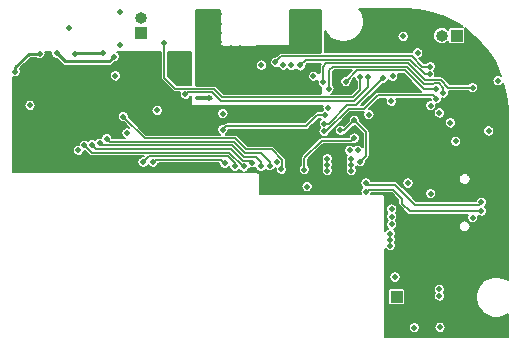
<source format=gbr>
%TF.GenerationSoftware,KiCad,Pcbnew,(5.1.9-0-10_14)*%
%TF.CreationDate,2021-10-29T13:13:03+02:00*%
%TF.ProjectId,Leo_muziekdoos,4c656f5f-6d75-47a6-9965-6b646f6f732e,rev?*%
%TF.SameCoordinates,Original*%
%TF.FileFunction,Copper,L2,Inr*%
%TF.FilePolarity,Positive*%
%FSLAX46Y46*%
G04 Gerber Fmt 4.6, Leading zero omitted, Abs format (unit mm)*
G04 Created by KiCad (PCBNEW (5.1.9-0-10_14)) date 2021-10-29 13:13:03*
%MOMM*%
%LPD*%
G01*
G04 APERTURE LIST*
%TA.AperFunction,ComponentPad*%
%ADD10C,0.500000*%
%TD*%
%TA.AperFunction,ComponentPad*%
%ADD11O,1.000000X1.000000*%
%TD*%
%TA.AperFunction,ComponentPad*%
%ADD12R,1.000000X1.000000*%
%TD*%
%TA.AperFunction,ComponentPad*%
%ADD13R,1.800000X2.000000*%
%TD*%
%TA.AperFunction,ComponentPad*%
%ADD14O,2.150000X1.300000*%
%TD*%
%TA.AperFunction,ComponentPad*%
%ADD15C,0.600000*%
%TD*%
%TA.AperFunction,ViaPad*%
%ADD16C,0.500000*%
%TD*%
%TA.AperFunction,Conductor*%
%ADD17C,0.152400*%
%TD*%
%TA.AperFunction,Conductor*%
%ADD18C,0.254000*%
%TD*%
%TA.AperFunction,Conductor*%
%ADD19C,0.203200*%
%TD*%
%TA.AperFunction,Conductor*%
%ADD20C,0.304800*%
%TD*%
%TA.AperFunction,Conductor*%
%ADD21C,0.200000*%
%TD*%
%TA.AperFunction,Conductor*%
%ADD22C,0.100000*%
%TD*%
G04 APERTURE END LIST*
D10*
%TO.N,GND*%
%TO.C,U3*%
X44381200Y-73754200D03*
X44381200Y-72729200D03*
X44381200Y-71704200D03*
X44381200Y-70679200D03*
X44381200Y-69654200D03*
X45406200Y-73754200D03*
X45406200Y-72729200D03*
X45406200Y-71704200D03*
X45406200Y-70679200D03*
X45406200Y-69654200D03*
X46431200Y-73754200D03*
X46431200Y-72729200D03*
X46431200Y-71704200D03*
X46431200Y-70679200D03*
X46431200Y-69654200D03*
X47456200Y-73754200D03*
X47456200Y-72729200D03*
X47456200Y-71704200D03*
X47456200Y-70679200D03*
X47456200Y-69654200D03*
X48481200Y-73754200D03*
X48481200Y-72729200D03*
X48481200Y-71704200D03*
X48481200Y-70679200D03*
X48481200Y-69654200D03*
%TD*%
D11*
%TO.N,/I2S_DAC_AMP/SPK_OUT-*%
%TO.C,J3*%
X77762100Y-66548000D03*
D12*
%TO.N,/I2S_DAC_AMP/SPKOUT+*%
X79032100Y-66548000D03*
%TD*%
D11*
%TO.N,GND*%
%TO.C,J1*%
X73952100Y-89928700D03*
D12*
%TO.N,+BATT*%
X73952100Y-88658700D03*
%TD*%
D11*
%TO.N,/NFC/TXANT2*%
%TO.C,J4*%
X52311300Y-65074800D03*
D12*
%TO.N,/NFC/TXANT1*%
X52311300Y-66344800D03*
%TD*%
D13*
%TO.N,GND*%
%TO.C,J2*%
X78704200Y-84495800D03*
D14*
X81864200Y-84295800D03*
D13*
X78704200Y-76895800D03*
D14*
X81864200Y-77095800D03*
%TD*%
D15*
%TO.N,GND*%
%TO.C,U5*%
X79658300Y-68944400D03*
X79658300Y-69494400D03*
X79658300Y-70044400D03*
X79108300Y-68944400D03*
X79108300Y-69494400D03*
X79108300Y-70044400D03*
X78558300Y-68944400D03*
X78558300Y-69494400D03*
X78558300Y-70044400D03*
%TD*%
D16*
%TO.N,GND*%
X60960000Y-70866000D03*
X75057000Y-74549000D03*
X75057000Y-75311000D03*
X75057000Y-76073000D03*
X75057000Y-76835000D03*
X74295000Y-76835000D03*
X74295000Y-76073000D03*
X74295000Y-75311000D03*
X74295000Y-74549000D03*
X61468000Y-75692000D03*
X62484000Y-75692000D03*
X73533000Y-76835000D03*
X73533000Y-76073000D03*
X73533000Y-75311000D03*
X73533000Y-74549000D03*
X72771000Y-74549000D03*
X72771000Y-75311000D03*
X72771000Y-76073000D03*
X63500000Y-75692000D03*
X66040000Y-73660000D03*
X66040000Y-74676000D03*
X61468000Y-74676000D03*
X65024000Y-74676000D03*
X62484000Y-74676000D03*
X62484000Y-73660000D03*
X63500000Y-73660000D03*
X63500000Y-72644000D03*
X61468000Y-72644000D03*
X63500000Y-74676000D03*
X65024000Y-72644000D03*
X65024000Y-73660000D03*
X61468000Y-73660000D03*
X62484000Y-72644000D03*
X63500000Y-71120000D03*
X62484000Y-71120000D03*
X65979040Y-71120000D03*
X65024000Y-71120000D03*
X72771000Y-76835000D03*
X57404000Y-66294000D03*
X57404000Y-65532000D03*
X75831700Y-89293700D03*
X76492100Y-89293700D03*
X75831700Y-90233500D03*
X76492100Y-90233500D03*
X77419200Y-67881500D03*
X77114400Y-64922400D03*
X81800700Y-73494900D03*
X58928000Y-64750000D03*
X58928000Y-65532000D03*
X58928000Y-66294000D03*
X58928000Y-67056000D03*
X59944000Y-67564000D03*
X60706000Y-67564000D03*
X62484000Y-67564000D03*
X63246000Y-67564000D03*
X64008000Y-67564000D03*
X65250000Y-67056000D03*
X65250000Y-66294000D03*
X65250000Y-65532000D03*
X65250000Y-64750000D03*
X81521300Y-68040000D03*
X78079600Y-82880200D03*
X59182000Y-67564000D03*
X59191740Y-69159360D03*
X59201740Y-69739360D03*
X59721740Y-69459360D03*
X74440000Y-85679200D03*
X75470000Y-85689200D03*
X75480000Y-86399200D03*
X74940000Y-86019200D03*
X76708000Y-82600800D03*
X74980800Y-87020400D03*
X79502000Y-89382600D03*
X79502000Y-89916000D03*
X83058000Y-91440000D03*
X79502000Y-91440000D03*
X81534000Y-82296000D03*
X81534000Y-86360000D03*
X81534000Y-78740000D03*
X81280000Y-91440000D03*
X80518000Y-90424000D03*
X80010000Y-88138000D03*
X83058000Y-86106000D03*
X82887200Y-80688800D03*
X83058000Y-75946000D03*
X58166000Y-64770000D03*
X57404000Y-64770000D03*
X57404000Y-67056000D03*
X66294000Y-64770000D03*
X66294000Y-65532000D03*
X66294000Y-66294000D03*
X66294000Y-67056000D03*
X64770000Y-67564000D03*
X67310000Y-64770000D03*
X67310000Y-65532000D03*
X67310000Y-66294000D03*
X67310000Y-67056000D03*
X78294301Y-73124195D03*
X57924700Y-70004940D03*
X57929780Y-69222620D03*
X74523881Y-86512605D03*
X66040000Y-72644000D03*
X75311000Y-82550000D03*
X75311000Y-81940400D03*
X46250800Y-65859600D03*
X50548598Y-67358200D03*
X52273200Y-69138800D03*
X43357800Y-76136500D03*
X41922700Y-76174600D03*
X46075600Y-77546200D03*
X41694100Y-70904100D03*
X54837300Y-71934100D03*
X56464200Y-74574400D03*
X54521100Y-73621900D03*
X53047900Y-73418700D03*
X43129200Y-74574400D03*
X41910000Y-75463400D03*
X43611800Y-74930000D03*
X49403000Y-74574400D03*
X48996600Y-77901800D03*
X43103800Y-69291200D03*
X55575200Y-74574400D03*
X51019200Y-72628000D03*
X42693410Y-73188307D03*
X70921101Y-73198832D03*
X73228200Y-80086200D03*
X73968790Y-70993000D03*
X62814200Y-79603600D03*
X54356000Y-77724000D03*
X55118000Y-77724000D03*
X55880000Y-77724000D03*
X56642000Y-77724000D03*
X57404000Y-77724000D03*
X58166000Y-77724000D03*
X68072000Y-78740000D03*
X68072000Y-79248000D03*
X68072000Y-79756000D03*
X70104000Y-78740000D03*
X70104000Y-79248000D03*
X70104000Y-79756000D03*
X58166000Y-67056000D03*
X58166000Y-65532000D03*
X58166000Y-66294000D03*
X51648304Y-70271696D03*
X68884800Y-70002400D03*
X68910200Y-70662800D03*
X58089800Y-71831200D03*
X50556098Y-64531300D03*
X56134000Y-68326000D03*
X55372000Y-68326000D03*
X55372000Y-69088000D03*
X56134000Y-69088000D03*
X56134000Y-69850000D03*
X55372000Y-69850000D03*
X53340000Y-69342000D03*
%TO.N,+3V3*%
X73406000Y-83312000D03*
%TO.N,VBUS*%
X81737200Y-74612500D03*
X78485003Y-73931626D03*
X76835000Y-79933800D03*
X80391000Y-81965800D03*
X77571600Y-88595200D03*
X77571600Y-88036400D03*
%TO.N,+BATT*%
X77620000Y-91230000D03*
X71600060Y-73228200D03*
X75733399Y-68008459D03*
X76835000Y-72466200D03*
X73605217Y-69974792D03*
%TO.N,/Power/PSU_BTN_RAW*%
X54270000Y-67200000D03*
X74500000Y-66600000D03*
X70844590Y-70053200D03*
%TO.N,+3V3*%
X82540758Y-70374087D03*
X77578989Y-73090809D03*
X62486540Y-69009260D03*
X46685200Y-68072000D03*
X50139600Y-69951600D03*
X50038000Y-68326000D03*
X49113500Y-67980500D03*
X45181200Y-68052008D03*
X47013604Y-76245512D03*
X51132800Y-74787700D03*
X53672802Y-72882700D03*
X59239150Y-73145650D03*
X73527939Y-81866753D03*
X73527906Y-82522073D03*
X73527970Y-81231753D03*
X42912598Y-72454200D03*
X66903600Y-69926200D03*
X68135692Y-72647093D03*
X66370204Y-79324200D03*
X74918089Y-79031311D03*
X68072000Y-76962000D03*
X68072000Y-77470000D03*
X68072000Y-77978000D03*
X70104000Y-76962000D03*
X70104000Y-77470000D03*
X70104000Y-77978000D03*
X73406000Y-83820000D03*
X73406000Y-84328000D03*
X63787070Y-77287497D03*
%TO.N,/CPU/MEAS_EN*%
X67820540Y-73995280D03*
X72802213Y-70128043D03*
%TO.N,/CPU/BTN_PWR*%
X69657267Y-70455610D03*
X77313610Y-71074111D03*
%TO.N,/CPU/PW_HOLD*%
X67812712Y-74647635D03*
X77325220Y-71897240D03*
%TO.N,/Power/PSU_EN_BUF*%
X73814940Y-86987380D03*
X73505096Y-72104051D03*
%TO.N,/I2S_DAC_AMP/I2S_SD_MODE*%
X80391000Y-70942202D03*
X67710745Y-70455610D03*
%TO.N,/CPU/DAC_BCLK*%
X65765819Y-69063701D03*
X76756496Y-69829839D03*
%TO.N,/CPU/DAC_LRCK*%
X76809688Y-69170152D03*
X63688479Y-68743446D03*
%TO.N,/CPU/NFC_SPI_MOSI*%
X48167762Y-75792331D03*
X61731150Y-77307532D03*
%TO.N,/CPU/NFC_SPI_SCK*%
X49415700Y-75285600D03*
X63187209Y-77569820D03*
%TO.N,/CPU/NFC_SPI_CS*%
X47516438Y-75829821D03*
X61036200Y-77622400D03*
%TO.N,/CPU/DAC_DATA*%
X68224400Y-71022390D03*
X77884199Y-71390450D03*
%TO.N,/CPU/ESP_RST*%
X59232305Y-74506552D03*
X67906900Y-73262659D03*
%TO.N,/CPU/ESP_GPIO0*%
X70358000Y-75209400D03*
X66140515Y-77884257D03*
%TO.N,/programmer/CP_DTR*%
X70358000Y-73710800D03*
X69172429Y-74557229D03*
X70866000Y-77216000D03*
%TO.N,/CPU/ESP_TX*%
X64292347Y-68990395D03*
X69981419Y-76262839D03*
%TO.N,/CPU/ESP_RX*%
X65024000Y-69037200D03*
X70657669Y-76263447D03*
%TO.N,/Power/MCP_STAT*%
X78943200Y-75493386D03*
X75461088Y-91265701D03*
%TO.N,/Power/USB_D-*%
X81109820Y-81395800D03*
X71352590Y-79766776D03*
%TO.N,/Power/USB_D+*%
X81109820Y-80645800D03*
X71352590Y-79025373D03*
%TO.N,/CPU/ADS_SCL*%
X53327300Y-77241400D03*
X59385200Y-77343000D03*
%TO.N,/CPU/ADS_SDA*%
X52489100Y-77241400D03*
X60256172Y-77589628D03*
%TO.N,/CPU/NFC_SPI_MISO*%
X48815715Y-75670589D03*
X62454090Y-77608947D03*
%TO.N,/Power/BATT_MEAS*%
X71551800Y-70027800D03*
X56048723Y-71526398D03*
%TO.N,/NFC/VMID*%
X43745022Y-68061778D03*
X41675758Y-69590925D03*
%TO.N,/CPU/~NFC_RST*%
X50798128Y-73407872D03*
X64202245Y-77858503D03*
%TD*%
D17*
%TO.N,/Power/PSU_BTN_RAW*%
X70866000Y-70074610D02*
X70844590Y-70053200D01*
X70866000Y-71145400D02*
X70866000Y-70074610D01*
X70231000Y-71780400D02*
X70866000Y-71145400D01*
X59178397Y-71780400D02*
X70231000Y-71780400D01*
X58445785Y-71047788D02*
X59178397Y-71780400D01*
X55223588Y-71047788D02*
X58445785Y-71047788D01*
X54270000Y-70094200D02*
X55223588Y-71047788D01*
X54270000Y-67200000D02*
X54270000Y-70094200D01*
%TO.N,+3V3*%
X49022000Y-68072000D02*
X49113500Y-67980500D01*
D18*
X49631600Y-68732400D02*
X45861592Y-68732400D01*
X45861592Y-68732400D02*
X45181200Y-68052008D01*
X50038000Y-68326000D02*
X49631600Y-68732400D01*
D19*
X46939200Y-76171108D02*
X47013604Y-76245512D01*
D20*
X53682900Y-72872602D02*
X53672802Y-72882700D01*
D18*
X46776700Y-67980500D02*
X46685200Y-68072000D01*
X49113500Y-67980500D02*
X46776700Y-67980500D01*
D17*
%TO.N,/CPU/MEAS_EN*%
X67820540Y-73995280D02*
X68194654Y-73995280D01*
X68194654Y-73995280D02*
X69774522Y-72415411D01*
X70514845Y-72415411D02*
X72802213Y-70128043D01*
X69774522Y-72415411D02*
X70514845Y-72415411D01*
%TO.N,/CPU/BTN_PWR*%
X73375488Y-69496191D02*
X74686879Y-69496191D01*
X76264799Y-71074111D02*
X77313610Y-71074111D01*
X70616042Y-69496835D02*
X73374844Y-69496835D01*
X74686879Y-69496191D02*
X76264799Y-71074111D01*
X73374844Y-69496835D02*
X73375488Y-69496191D01*
X69657267Y-70455610D02*
X70616042Y-69496835D01*
%TO.N,/CPU/PW_HOLD*%
X77010628Y-71582648D02*
X77325220Y-71897240D01*
X72359152Y-71582648D02*
X77010628Y-71582648D01*
X67973365Y-74647635D02*
X69900778Y-72720222D01*
X71221578Y-72720222D02*
X72359152Y-71582648D01*
X69900778Y-72720222D02*
X71221578Y-72720222D01*
X67812712Y-74647635D02*
X67973365Y-74647635D01*
%TO.N,/I2S_DAC_AMP/I2S_SD_MODE*%
X76361270Y-70308449D02*
X74939392Y-68886571D01*
X73122333Y-68887213D02*
X67993387Y-68887213D01*
X74939392Y-68886571D02*
X73122975Y-68886571D01*
X77667392Y-70290698D02*
X76920600Y-70290698D01*
X80391000Y-70942202D02*
X78318896Y-70942202D01*
X78318896Y-70942202D02*
X77667392Y-70290698D01*
X76902849Y-70308449D02*
X76361270Y-70308449D01*
X67993387Y-68887213D02*
X67710745Y-69169855D01*
X73122975Y-68886571D02*
X73122333Y-68887213D01*
X76920600Y-70290698D02*
X76902849Y-70308449D01*
X67710745Y-69169855D02*
X67710745Y-70455610D01*
%TO.N,/CPU/DAC_BCLK*%
X76342399Y-69829839D02*
X76756496Y-69829839D01*
X65765819Y-69063701D02*
X66249509Y-68580011D01*
X75092571Y-68580011D02*
X76342399Y-69829839D01*
X66249509Y-68580011D02*
X75092571Y-68580011D01*
%TO.N,/CPU/DAC_LRCK*%
X76812412Y-69167428D02*
X76809688Y-69170152D01*
X76127212Y-69170152D02*
X75232260Y-68275200D01*
X75232260Y-68275200D02*
X64156725Y-68275200D01*
X64156725Y-68275200D02*
X63688479Y-68743446D01*
X76809688Y-69170152D02*
X76127212Y-69170152D01*
%TO.N,/CPU/NFC_SPI_MOSI*%
X48524620Y-76149189D02*
X53126310Y-76149189D01*
X60918267Y-77143798D02*
X61567416Y-77143798D01*
X53126332Y-76149167D02*
X59923636Y-76149167D01*
X53126310Y-76149189D02*
X53126332Y-76149167D01*
X59923636Y-76149167D02*
X60918267Y-77143798D01*
X48167762Y-75792331D02*
X48524620Y-76149189D01*
X61567416Y-77143798D02*
X61731150Y-77307532D01*
%TO.N,/CPU/NFC_SPI_SCK*%
X62450342Y-76479400D02*
X63187209Y-77216267D01*
X61116003Y-76479400D02*
X62450342Y-76479400D01*
X63187209Y-77216267D02*
X63187209Y-77569820D01*
X49415700Y-75285600D02*
X49665699Y-75535599D01*
X49665699Y-75535599D02*
X60172202Y-75535599D01*
X60172202Y-75535599D02*
X61116003Y-76479400D01*
%TO.N,/CPU/NFC_SPI_CS*%
X48140617Y-76454000D02*
X53252566Y-76454000D01*
X59797380Y-76453978D02*
X60965802Y-77622400D01*
X60965802Y-77622400D02*
X61036200Y-77622400D01*
X47516438Y-75829821D02*
X48140617Y-76454000D01*
X53252588Y-76453978D02*
X59797380Y-76453978D01*
X53252566Y-76454000D02*
X53252588Y-76453978D01*
%TO.N,/CPU/DAC_DATA*%
X68224400Y-69494400D02*
X68526776Y-69192024D01*
X77884199Y-70953146D02*
X77884199Y-71390450D01*
X77063925Y-70613260D02*
X77081676Y-70595509D01*
X73249231Y-69191382D02*
X74813137Y-69191382D01*
X74813137Y-69191382D02*
X76235015Y-70613260D01*
X76235015Y-70613260D02*
X77063925Y-70613260D01*
X73248589Y-69192024D02*
X73249231Y-69191382D01*
X77526562Y-70595509D02*
X77884199Y-70953146D01*
X68224400Y-71022390D02*
X68224400Y-69494400D01*
X77081676Y-70595509D02*
X77526562Y-70595509D01*
X68526776Y-69192024D02*
X73248589Y-69192024D01*
%TO.N,/CPU/ESP_RST*%
X59541458Y-74197399D02*
X59232305Y-74506552D01*
X66315401Y-74197399D02*
X59541458Y-74197399D01*
X67250141Y-73262659D02*
X66315401Y-74197399D01*
X67906900Y-73262659D02*
X67250141Y-73262659D01*
%TO.N,/CPU/ESP_GPIO0*%
X67614800Y-75438000D02*
X66140515Y-76912285D01*
X66140515Y-76912285D02*
X66140515Y-77884257D01*
X70129400Y-75438000D02*
X67614800Y-75438000D01*
X70358000Y-75209400D02*
X70129400Y-75438000D01*
%TO.N,/programmer/CP_DTR*%
X69511571Y-74557229D02*
X69172429Y-74557229D01*
X70358000Y-73710800D02*
X69511571Y-74557229D01*
X71369999Y-74722799D02*
X71369999Y-76712001D01*
X70358000Y-73710800D02*
X71369999Y-74722799D01*
X71369999Y-76712001D02*
X70866000Y-77216000D01*
%TO.N,/CPU/ESP_RX*%
X64922400Y-69037200D02*
X65024000Y-69037200D01*
D21*
%TO.N,/Power/USB_D-*%
X74427599Y-80345799D02*
X73660000Y-79578200D01*
X81109820Y-81395800D02*
X75064246Y-81395800D01*
X71541166Y-79578200D02*
X71352590Y-79766776D01*
X74427599Y-80759153D02*
X74427599Y-80345799D01*
X75064246Y-81395800D02*
X74427599Y-80759153D01*
X73660000Y-79578200D02*
X71541166Y-79578200D01*
%TO.N,/Power/USB_D+*%
X73837800Y-79197200D02*
X71524417Y-79197200D01*
X71524417Y-79197200D02*
X71352590Y-79025373D01*
X75488800Y-80848200D02*
X73837800Y-79197200D01*
X80907420Y-80848200D02*
X75488800Y-80848200D01*
X81109820Y-80645800D02*
X80907420Y-80848200D01*
D17*
%TO.N,/CPU/ADS_SCL*%
X59105800Y-77063600D02*
X59385200Y-77343000D01*
X53505100Y-77063600D02*
X59105800Y-77063600D01*
X53327300Y-77241400D02*
X53505100Y-77063600D01*
%TO.N,/CPU/ADS_SDA*%
X53374834Y-76762799D02*
X53378844Y-76758789D01*
X52967701Y-76762799D02*
X53374834Y-76762799D01*
X53378844Y-76758789D02*
X59662542Y-76758789D01*
X59662542Y-76758789D02*
X60256172Y-77352419D01*
X52489100Y-77241400D02*
X52967701Y-76762799D01*
X60256172Y-77352419D02*
X60256172Y-77589628D01*
%TO.N,/CPU/NFC_SPI_MISO*%
X61015136Y-76809600D02*
X62008296Y-76809600D01*
X60049892Y-75844356D02*
X61015136Y-76809600D01*
X62008296Y-76809600D02*
X62454090Y-77255394D01*
X48815715Y-75670589D02*
X48989482Y-75844356D01*
X48989482Y-75844356D02*
X60049892Y-75844356D01*
X62454090Y-77255394D02*
X62454090Y-77608947D01*
%TO.N,/Power/BATT_MEAS*%
X59058779Y-72091849D02*
X58319529Y-71352599D01*
X70376751Y-72091849D02*
X59058779Y-72091849D01*
X71551800Y-70916800D02*
X70376751Y-72091849D01*
X71551800Y-70027800D02*
X71551800Y-70916800D01*
X58319529Y-71352599D02*
X56222522Y-71352599D01*
X56222522Y-71352599D02*
X56048723Y-71526398D01*
D18*
%TO.N,/NFC/VMID*%
X42834622Y-68061778D02*
X41675758Y-69220642D01*
X41675758Y-69220642D02*
X41675758Y-69590925D01*
X43745022Y-68061778D02*
X42834622Y-68061778D01*
D17*
%TO.N,/CPU/~NFC_RST*%
X63358902Y-76170601D02*
X64287400Y-77099099D01*
X64287400Y-77099099D02*
X64287400Y-77773348D01*
X61238271Y-76170601D02*
X63358902Y-76170601D01*
X60289760Y-75222090D02*
X61238271Y-76170601D01*
X52612346Y-75222090D02*
X60289760Y-75222090D01*
X64287400Y-77773348D02*
X64202245Y-77858503D01*
X50798128Y-73407872D02*
X52612346Y-75222090D01*
%TD*%
D18*
%TO.N,GND*%
X58251946Y-71787909D02*
X56987598Y-71788010D01*
X56987697Y-71708199D01*
X58172236Y-71708199D01*
X58251946Y-71787909D01*
%TA.AperFunction,Conductor*%
D22*
G36*
X58251946Y-71787909D02*
G01*
X56987598Y-71788010D01*
X56987697Y-71708199D01*
X58172236Y-71708199D01*
X58251946Y-71787909D01*
G37*
%TD.AperFunction*%
D18*
X58933000Y-67339646D02*
X58935372Y-67364429D01*
X58942532Y-67388273D01*
X58954207Y-67410263D01*
X58969947Y-67429552D01*
X58989148Y-67445399D01*
X59011072Y-67457197D01*
X59034876Y-67464490D01*
X59060350Y-67467000D01*
X64797740Y-67451168D01*
X64822510Y-67448659D01*
X64846314Y-67441366D01*
X64868239Y-67429570D01*
X64887440Y-67413722D01*
X64903181Y-67394434D01*
X64914856Y-67372445D01*
X64922018Y-67348601D01*
X64924386Y-67323194D01*
X64901480Y-64337420D01*
X67437000Y-64337420D01*
X67437000Y-67919600D01*
X64174180Y-67919600D01*
X64156725Y-67917881D01*
X64139269Y-67919600D01*
X64139262Y-67919600D01*
X64093291Y-67924128D01*
X64087014Y-67924746D01*
X64066681Y-67930914D01*
X64019985Y-67945079D01*
X63958209Y-67978099D01*
X63904062Y-68022537D01*
X63892931Y-68036101D01*
X63714985Y-68214046D01*
X63636338Y-68214046D01*
X63534059Y-68234390D01*
X63437714Y-68274297D01*
X63351006Y-68332234D01*
X63277267Y-68405973D01*
X63219330Y-68492681D01*
X63179423Y-68589026D01*
X63159079Y-68691305D01*
X63159079Y-68795587D01*
X63179423Y-68897866D01*
X63219330Y-68994211D01*
X63277267Y-69080919D01*
X63351006Y-69154658D01*
X63437714Y-69212595D01*
X63534059Y-69252502D01*
X63636338Y-69272846D01*
X63740620Y-69272846D01*
X63832199Y-69254630D01*
X63881135Y-69327868D01*
X63954874Y-69401607D01*
X64041582Y-69459544D01*
X64137927Y-69499451D01*
X64240206Y-69519795D01*
X64344488Y-69519795D01*
X64446767Y-69499451D01*
X64543112Y-69459544D01*
X64629820Y-69401607D01*
X64634771Y-69396656D01*
X64686527Y-69448412D01*
X64773235Y-69506349D01*
X64869580Y-69546256D01*
X64971859Y-69566600D01*
X65076141Y-69566600D01*
X65178420Y-69546256D01*
X65274765Y-69506349D01*
X65361473Y-69448412D01*
X65381659Y-69428226D01*
X65428346Y-69474913D01*
X65515054Y-69532850D01*
X65611399Y-69572757D01*
X65713678Y-69593101D01*
X65817960Y-69593101D01*
X65920239Y-69572757D01*
X66016584Y-69532850D01*
X66103292Y-69474913D01*
X66177031Y-69401174D01*
X66234968Y-69314466D01*
X66274875Y-69218121D01*
X66295219Y-69115842D01*
X66295219Y-69037195D01*
X66396803Y-68935611D01*
X67437000Y-68935611D01*
X67437000Y-68942881D01*
X67413644Y-68971340D01*
X67380624Y-69033116D01*
X67378370Y-69040546D01*
X67362186Y-69093900D01*
X67360291Y-69100146D01*
X67355145Y-69152393D01*
X67355145Y-69152400D01*
X67353426Y-69169855D01*
X67355145Y-69187311D01*
X67355145Y-69649090D01*
X67314812Y-69588727D01*
X67241073Y-69514988D01*
X67154365Y-69457051D01*
X67058020Y-69417144D01*
X66955741Y-69396800D01*
X66851459Y-69396800D01*
X66749180Y-69417144D01*
X66652835Y-69457051D01*
X66566127Y-69514988D01*
X66492388Y-69588727D01*
X66434451Y-69675435D01*
X66394544Y-69771780D01*
X66374200Y-69874059D01*
X66374200Y-69978341D01*
X66394544Y-70080620D01*
X66434451Y-70176965D01*
X66492388Y-70263673D01*
X66566127Y-70337412D01*
X66652835Y-70395349D01*
X66749180Y-70435256D01*
X66851459Y-70455600D01*
X66955741Y-70455600D01*
X67058020Y-70435256D01*
X67154365Y-70395349D01*
X67187343Y-70373313D01*
X67181345Y-70403469D01*
X67181345Y-70507751D01*
X67201689Y-70610030D01*
X67241596Y-70706375D01*
X67299533Y-70793083D01*
X67373272Y-70866822D01*
X67437000Y-70909404D01*
X67437000Y-71424800D01*
X59325691Y-71424800D01*
X58709584Y-70808694D01*
X58698448Y-70795125D01*
X58644301Y-70750687D01*
X58582525Y-70717667D01*
X58515495Y-70697334D01*
X58463248Y-70692188D01*
X58463240Y-70692188D01*
X58445785Y-70690469D01*
X58428330Y-70692188D01*
X56988962Y-70692188D01*
X56991122Y-68957119D01*
X61957140Y-68957119D01*
X61957140Y-69061401D01*
X61977484Y-69163680D01*
X62017391Y-69260025D01*
X62075328Y-69346733D01*
X62149067Y-69420472D01*
X62235775Y-69478409D01*
X62332120Y-69518316D01*
X62434399Y-69538660D01*
X62538681Y-69538660D01*
X62640960Y-69518316D01*
X62737305Y-69478409D01*
X62824013Y-69420472D01*
X62897752Y-69346733D01*
X62955689Y-69260025D01*
X62995596Y-69163680D01*
X63015940Y-69061401D01*
X63015940Y-68957119D01*
X62995596Y-68854840D01*
X62955689Y-68758495D01*
X62897752Y-68671787D01*
X62824013Y-68598048D01*
X62737305Y-68540111D01*
X62640960Y-68500204D01*
X62538681Y-68479860D01*
X62434399Y-68479860D01*
X62332120Y-68500204D01*
X62235775Y-68540111D01*
X62149067Y-68598048D01*
X62075328Y-68671787D01*
X62017391Y-68758495D01*
X61977484Y-68854840D01*
X61957140Y-68957119D01*
X56991122Y-68957119D01*
X56996874Y-64337420D01*
X58941372Y-64337420D01*
X58933000Y-67339646D01*
%TA.AperFunction,Conductor*%
D22*
G36*
X58933000Y-67339646D02*
G01*
X58935372Y-67364429D01*
X58942532Y-67388273D01*
X58954207Y-67410263D01*
X58969947Y-67429552D01*
X58989148Y-67445399D01*
X59011072Y-67457197D01*
X59034876Y-67464490D01*
X59060350Y-67467000D01*
X64797740Y-67451168D01*
X64822510Y-67448659D01*
X64846314Y-67441366D01*
X64868239Y-67429570D01*
X64887440Y-67413722D01*
X64903181Y-67394434D01*
X64914856Y-67372445D01*
X64922018Y-67348601D01*
X64924386Y-67323194D01*
X64901480Y-64337420D01*
X67437000Y-64337420D01*
X67437000Y-67919600D01*
X64174180Y-67919600D01*
X64156725Y-67917881D01*
X64139269Y-67919600D01*
X64139262Y-67919600D01*
X64093291Y-67924128D01*
X64087014Y-67924746D01*
X64066681Y-67930914D01*
X64019985Y-67945079D01*
X63958209Y-67978099D01*
X63904062Y-68022537D01*
X63892931Y-68036101D01*
X63714985Y-68214046D01*
X63636338Y-68214046D01*
X63534059Y-68234390D01*
X63437714Y-68274297D01*
X63351006Y-68332234D01*
X63277267Y-68405973D01*
X63219330Y-68492681D01*
X63179423Y-68589026D01*
X63159079Y-68691305D01*
X63159079Y-68795587D01*
X63179423Y-68897866D01*
X63219330Y-68994211D01*
X63277267Y-69080919D01*
X63351006Y-69154658D01*
X63437714Y-69212595D01*
X63534059Y-69252502D01*
X63636338Y-69272846D01*
X63740620Y-69272846D01*
X63832199Y-69254630D01*
X63881135Y-69327868D01*
X63954874Y-69401607D01*
X64041582Y-69459544D01*
X64137927Y-69499451D01*
X64240206Y-69519795D01*
X64344488Y-69519795D01*
X64446767Y-69499451D01*
X64543112Y-69459544D01*
X64629820Y-69401607D01*
X64634771Y-69396656D01*
X64686527Y-69448412D01*
X64773235Y-69506349D01*
X64869580Y-69546256D01*
X64971859Y-69566600D01*
X65076141Y-69566600D01*
X65178420Y-69546256D01*
X65274765Y-69506349D01*
X65361473Y-69448412D01*
X65381659Y-69428226D01*
X65428346Y-69474913D01*
X65515054Y-69532850D01*
X65611399Y-69572757D01*
X65713678Y-69593101D01*
X65817960Y-69593101D01*
X65920239Y-69572757D01*
X66016584Y-69532850D01*
X66103292Y-69474913D01*
X66177031Y-69401174D01*
X66234968Y-69314466D01*
X66274875Y-69218121D01*
X66295219Y-69115842D01*
X66295219Y-69037195D01*
X66396803Y-68935611D01*
X67437000Y-68935611D01*
X67437000Y-68942881D01*
X67413644Y-68971340D01*
X67380624Y-69033116D01*
X67378370Y-69040546D01*
X67362186Y-69093900D01*
X67360291Y-69100146D01*
X67355145Y-69152393D01*
X67355145Y-69152400D01*
X67353426Y-69169855D01*
X67355145Y-69187311D01*
X67355145Y-69649090D01*
X67314812Y-69588727D01*
X67241073Y-69514988D01*
X67154365Y-69457051D01*
X67058020Y-69417144D01*
X66955741Y-69396800D01*
X66851459Y-69396800D01*
X66749180Y-69417144D01*
X66652835Y-69457051D01*
X66566127Y-69514988D01*
X66492388Y-69588727D01*
X66434451Y-69675435D01*
X66394544Y-69771780D01*
X66374200Y-69874059D01*
X66374200Y-69978341D01*
X66394544Y-70080620D01*
X66434451Y-70176965D01*
X66492388Y-70263673D01*
X66566127Y-70337412D01*
X66652835Y-70395349D01*
X66749180Y-70435256D01*
X66851459Y-70455600D01*
X66955741Y-70455600D01*
X67058020Y-70435256D01*
X67154365Y-70395349D01*
X67187343Y-70373313D01*
X67181345Y-70403469D01*
X67181345Y-70507751D01*
X67201689Y-70610030D01*
X67241596Y-70706375D01*
X67299533Y-70793083D01*
X67373272Y-70866822D01*
X67437000Y-70909404D01*
X67437000Y-71424800D01*
X59325691Y-71424800D01*
X58709584Y-70808694D01*
X58698448Y-70795125D01*
X58644301Y-70750687D01*
X58582525Y-70717667D01*
X58515495Y-70697334D01*
X58463248Y-70692188D01*
X58463240Y-70692188D01*
X58445785Y-70690469D01*
X58428330Y-70692188D01*
X56988962Y-70692188D01*
X56991122Y-68957119D01*
X61957140Y-68957119D01*
X61957140Y-69061401D01*
X61977484Y-69163680D01*
X62017391Y-69260025D01*
X62075328Y-69346733D01*
X62149067Y-69420472D01*
X62235775Y-69478409D01*
X62332120Y-69518316D01*
X62434399Y-69538660D01*
X62538681Y-69538660D01*
X62640960Y-69518316D01*
X62737305Y-69478409D01*
X62824013Y-69420472D01*
X62897752Y-69346733D01*
X62955689Y-69260025D01*
X62995596Y-69163680D01*
X63015940Y-69061401D01*
X63015940Y-68957119D01*
X62995596Y-68854840D01*
X62955689Y-68758495D01*
X62897752Y-68671787D01*
X62824013Y-68598048D01*
X62737305Y-68540111D01*
X62640960Y-68500204D01*
X62538681Y-68479860D01*
X62434399Y-68479860D01*
X62332120Y-68500204D01*
X62235775Y-68540111D01*
X62149067Y-68598048D01*
X62075328Y-68671787D01*
X62017391Y-68758495D01*
X61977484Y-68854840D01*
X61957140Y-68957119D01*
X56991122Y-68957119D01*
X56996874Y-64337420D01*
X58941372Y-64337420D01*
X58933000Y-67339646D01*
G37*
%TD.AperFunction*%
%TD*%
D17*
%TO.N,GND*%
X75816155Y-64363512D02*
X76942758Y-64590676D01*
X78029421Y-64964845D01*
X79057050Y-65479442D01*
X79559649Y-65821008D01*
X79532100Y-65818294D01*
X78532100Y-65818294D01*
X78487287Y-65822708D01*
X78444195Y-65835779D01*
X78404482Y-65857006D01*
X78369673Y-65885573D01*
X78341106Y-65920382D01*
X78319879Y-65960095D01*
X78306808Y-66003187D01*
X78302394Y-66048000D01*
X78302394Y-66057899D01*
X78226555Y-65982060D01*
X78107221Y-65902323D01*
X77974625Y-65847400D01*
X77833861Y-65819400D01*
X77690339Y-65819400D01*
X77549575Y-65847400D01*
X77416979Y-65902323D01*
X77297645Y-65982060D01*
X77196160Y-66083545D01*
X77116423Y-66202879D01*
X77061500Y-66335475D01*
X77033500Y-66476239D01*
X77033500Y-66619761D01*
X77061500Y-66760525D01*
X77116423Y-66893121D01*
X77196160Y-67012455D01*
X77297645Y-67113940D01*
X77416979Y-67193677D01*
X77549575Y-67248600D01*
X77690339Y-67276600D01*
X77833861Y-67276600D01*
X77974625Y-67248600D01*
X78107221Y-67193677D01*
X78226555Y-67113940D01*
X78302394Y-67038101D01*
X78302394Y-67048000D01*
X78306808Y-67092813D01*
X78319879Y-67135905D01*
X78341106Y-67175618D01*
X78369673Y-67210427D01*
X78404482Y-67238994D01*
X78444195Y-67260221D01*
X78487287Y-67273292D01*
X78532100Y-67277706D01*
X79532100Y-67277706D01*
X79576913Y-67273292D01*
X79620005Y-67260221D01*
X79659718Y-67238994D01*
X79694527Y-67210427D01*
X79723094Y-67175618D01*
X79744321Y-67135905D01*
X79757392Y-67092813D01*
X79761806Y-67048000D01*
X79761806Y-66048000D01*
X79757392Y-66003187D01*
X79744321Y-65960095D01*
X79732918Y-65938761D01*
X80007599Y-66125434D01*
X80864359Y-66891466D01*
X81612279Y-67764080D01*
X82238222Y-68727945D01*
X82731187Y-69766128D01*
X82796421Y-69969308D01*
X82767460Y-69949957D01*
X82680361Y-69913879D01*
X82587896Y-69895487D01*
X82493620Y-69895487D01*
X82401155Y-69913879D01*
X82314056Y-69949957D01*
X82235668Y-70002334D01*
X82169005Y-70068997D01*
X82116628Y-70147385D01*
X82080550Y-70234484D01*
X82062158Y-70326949D01*
X82062158Y-70421225D01*
X82080550Y-70513690D01*
X82116628Y-70600789D01*
X82169005Y-70679177D01*
X82235668Y-70745840D01*
X82314056Y-70798217D01*
X82401155Y-70834295D01*
X82493620Y-70852687D01*
X82587896Y-70852687D01*
X82680361Y-70834295D01*
X82767460Y-70798217D01*
X82845848Y-70745840D01*
X82912511Y-70679177D01*
X82964888Y-70600789D01*
X82984199Y-70554168D01*
X83082518Y-70860395D01*
X83286343Y-71993208D01*
X83340799Y-72967223D01*
X83340798Y-87248056D01*
X83216399Y-87164935D01*
X82901814Y-87034629D01*
X82567852Y-86968200D01*
X82227348Y-86968200D01*
X81893386Y-87034629D01*
X81578801Y-87164935D01*
X81295682Y-87354109D01*
X81054909Y-87594882D01*
X80865735Y-87878001D01*
X80735429Y-88192586D01*
X80669000Y-88526548D01*
X80669000Y-88867052D01*
X80735429Y-89201014D01*
X80865735Y-89515599D01*
X81054909Y-89798718D01*
X81295682Y-90039491D01*
X81578801Y-90228665D01*
X81893386Y-90358971D01*
X82227348Y-90425400D01*
X82567852Y-90425400D01*
X82901814Y-90358971D01*
X83216399Y-90228665D01*
X83340798Y-90145544D01*
X83340798Y-92049173D01*
X72998014Y-92049173D01*
X72998055Y-91218563D01*
X74982488Y-91218563D01*
X74982488Y-91312839D01*
X75000880Y-91405304D01*
X75036958Y-91492403D01*
X75089335Y-91570791D01*
X75155998Y-91637454D01*
X75234386Y-91689831D01*
X75321485Y-91725909D01*
X75413950Y-91744301D01*
X75508226Y-91744301D01*
X75600691Y-91725909D01*
X75687790Y-91689831D01*
X75766178Y-91637454D01*
X75832841Y-91570791D01*
X75885218Y-91492403D01*
X75921296Y-91405304D01*
X75939688Y-91312839D01*
X75939688Y-91218563D01*
X75932587Y-91182862D01*
X77141400Y-91182862D01*
X77141400Y-91277138D01*
X77159792Y-91369603D01*
X77195870Y-91456702D01*
X77248247Y-91535090D01*
X77314910Y-91601753D01*
X77393298Y-91654130D01*
X77480397Y-91690208D01*
X77572862Y-91708600D01*
X77667138Y-91708600D01*
X77759603Y-91690208D01*
X77846702Y-91654130D01*
X77925090Y-91601753D01*
X77991753Y-91535090D01*
X78044130Y-91456702D01*
X78080208Y-91369603D01*
X78098600Y-91277138D01*
X78098600Y-91182862D01*
X78080208Y-91090397D01*
X78044130Y-91003298D01*
X77991753Y-90924910D01*
X77925090Y-90858247D01*
X77846702Y-90805870D01*
X77759603Y-90769792D01*
X77667138Y-90751400D01*
X77572862Y-90751400D01*
X77480397Y-90769792D01*
X77393298Y-90805870D01*
X77314910Y-90858247D01*
X77248247Y-90924910D01*
X77195870Y-91003298D01*
X77159792Y-91090397D01*
X77141400Y-91182862D01*
X75932587Y-91182862D01*
X75921296Y-91126098D01*
X75885218Y-91038999D01*
X75832841Y-90960611D01*
X75766178Y-90893948D01*
X75687790Y-90841571D01*
X75600691Y-90805493D01*
X75508226Y-90787101D01*
X75413950Y-90787101D01*
X75321485Y-90805493D01*
X75234386Y-90841571D01*
X75155998Y-90893948D01*
X75089335Y-90960611D01*
X75036958Y-91038999D01*
X75000880Y-91126098D01*
X74982488Y-91218563D01*
X72998055Y-91218563D01*
X72998207Y-88158700D01*
X73222394Y-88158700D01*
X73222394Y-89158700D01*
X73226808Y-89203513D01*
X73239879Y-89246605D01*
X73261106Y-89286318D01*
X73289673Y-89321127D01*
X73324482Y-89349694D01*
X73364195Y-89370921D01*
X73407287Y-89383992D01*
X73452100Y-89388406D01*
X74452100Y-89388406D01*
X74496913Y-89383992D01*
X74540005Y-89370921D01*
X74579718Y-89349694D01*
X74614527Y-89321127D01*
X74643094Y-89286318D01*
X74664321Y-89246605D01*
X74677392Y-89203513D01*
X74681806Y-89158700D01*
X74681806Y-88158700D01*
X74677392Y-88113887D01*
X74664321Y-88070795D01*
X74643094Y-88031082D01*
X74614527Y-87996273D01*
X74605985Y-87989262D01*
X77093000Y-87989262D01*
X77093000Y-88083538D01*
X77111392Y-88176003D01*
X77147470Y-88263102D01*
X77182682Y-88315800D01*
X77147470Y-88368498D01*
X77111392Y-88455597D01*
X77093000Y-88548062D01*
X77093000Y-88642338D01*
X77111392Y-88734803D01*
X77147470Y-88821902D01*
X77199847Y-88900290D01*
X77266510Y-88966953D01*
X77344898Y-89019330D01*
X77431997Y-89055408D01*
X77524462Y-89073800D01*
X77618738Y-89073800D01*
X77711203Y-89055408D01*
X77798302Y-89019330D01*
X77876690Y-88966953D01*
X77943353Y-88900290D01*
X77995730Y-88821902D01*
X78031808Y-88734803D01*
X78050200Y-88642338D01*
X78050200Y-88548062D01*
X78031808Y-88455597D01*
X77995730Y-88368498D01*
X77960518Y-88315800D01*
X77995730Y-88263102D01*
X78031808Y-88176003D01*
X78050200Y-88083538D01*
X78050200Y-87989262D01*
X78031808Y-87896797D01*
X77995730Y-87809698D01*
X77943353Y-87731310D01*
X77876690Y-87664647D01*
X77798302Y-87612270D01*
X77711203Y-87576192D01*
X77618738Y-87557800D01*
X77524462Y-87557800D01*
X77431997Y-87576192D01*
X77344898Y-87612270D01*
X77266510Y-87664647D01*
X77199847Y-87731310D01*
X77147470Y-87809698D01*
X77111392Y-87896797D01*
X77093000Y-87989262D01*
X74605985Y-87989262D01*
X74579718Y-87967706D01*
X74540005Y-87946479D01*
X74496913Y-87933408D01*
X74452100Y-87928994D01*
X73452100Y-87928994D01*
X73407287Y-87933408D01*
X73364195Y-87946479D01*
X73324482Y-87967706D01*
X73289673Y-87996273D01*
X73261106Y-88031082D01*
X73239879Y-88070795D01*
X73226808Y-88113887D01*
X73222394Y-88158700D01*
X72998207Y-88158700D01*
X72998267Y-86940242D01*
X73336340Y-86940242D01*
X73336340Y-87034518D01*
X73354732Y-87126983D01*
X73390810Y-87214082D01*
X73443187Y-87292470D01*
X73509850Y-87359133D01*
X73588238Y-87411510D01*
X73675337Y-87447588D01*
X73767802Y-87465980D01*
X73862078Y-87465980D01*
X73954543Y-87447588D01*
X74041642Y-87411510D01*
X74120030Y-87359133D01*
X74186693Y-87292470D01*
X74239070Y-87214082D01*
X74275148Y-87126983D01*
X74293540Y-87034518D01*
X74293540Y-86940242D01*
X74275148Y-86847777D01*
X74239070Y-86760678D01*
X74186693Y-86682290D01*
X74120030Y-86615627D01*
X74041642Y-86563250D01*
X73954543Y-86527172D01*
X73862078Y-86508780D01*
X73767802Y-86508780D01*
X73675337Y-86527172D01*
X73588238Y-86563250D01*
X73509850Y-86615627D01*
X73443187Y-86682290D01*
X73390810Y-86760678D01*
X73354732Y-86847777D01*
X73336340Y-86940242D01*
X72998267Y-86940242D01*
X72998385Y-84579418D01*
X73034247Y-84633090D01*
X73100910Y-84699753D01*
X73179298Y-84752130D01*
X73266397Y-84788208D01*
X73358862Y-84806600D01*
X73453138Y-84806600D01*
X73545603Y-84788208D01*
X73632702Y-84752130D01*
X73711090Y-84699753D01*
X73777753Y-84633090D01*
X73830130Y-84554702D01*
X73866208Y-84467603D01*
X73884600Y-84375138D01*
X73884600Y-84280862D01*
X73866208Y-84188397D01*
X73830130Y-84101298D01*
X73811890Y-84074000D01*
X73830130Y-84046702D01*
X73866208Y-83959603D01*
X73884600Y-83867138D01*
X73884600Y-83772862D01*
X73866208Y-83680397D01*
X73830130Y-83593298D01*
X73811890Y-83566000D01*
X73830130Y-83538702D01*
X73866208Y-83451603D01*
X73884600Y-83359138D01*
X73884600Y-83264862D01*
X73866208Y-83172397D01*
X73830130Y-83085298D01*
X73777753Y-83006910D01*
X73728048Y-82957205D01*
X73754608Y-82946203D01*
X73832996Y-82893826D01*
X73899659Y-82827163D01*
X73952036Y-82748775D01*
X73988114Y-82661676D01*
X73991192Y-82646200D01*
X79210600Y-82646200D01*
X79210600Y-82745400D01*
X79229953Y-82842695D01*
X79267915Y-82934344D01*
X79323028Y-83016826D01*
X79393174Y-83086972D01*
X79475656Y-83142085D01*
X79567305Y-83180047D01*
X79664600Y-83199400D01*
X79763800Y-83199400D01*
X79861095Y-83180047D01*
X79952744Y-83142085D01*
X80035226Y-83086972D01*
X80105372Y-83016826D01*
X80160485Y-82934344D01*
X80198447Y-82842695D01*
X80217800Y-82745400D01*
X80217800Y-82646200D01*
X80198447Y-82548905D01*
X80160485Y-82457256D01*
X80105372Y-82374774D01*
X80035226Y-82304628D01*
X79952744Y-82249515D01*
X79861095Y-82211553D01*
X79763800Y-82192200D01*
X79664600Y-82192200D01*
X79567305Y-82211553D01*
X79475656Y-82249515D01*
X79393174Y-82304628D01*
X79323028Y-82374774D01*
X79267915Y-82457256D01*
X79229953Y-82548905D01*
X79210600Y-82646200D01*
X73991192Y-82646200D01*
X74006506Y-82569211D01*
X74006506Y-82474935D01*
X73988114Y-82382470D01*
X73952036Y-82295371D01*
X73899659Y-82216983D01*
X73877106Y-82194430D01*
X73899692Y-82171843D01*
X73952069Y-82093455D01*
X73988147Y-82006356D01*
X74006539Y-81913891D01*
X74006539Y-81819615D01*
X73988147Y-81727150D01*
X73952069Y-81640051D01*
X73899692Y-81561663D01*
X73887298Y-81549269D01*
X73899723Y-81536843D01*
X73952100Y-81458455D01*
X73988178Y-81371356D01*
X74006570Y-81278891D01*
X74006570Y-81184615D01*
X73988178Y-81092150D01*
X73952100Y-81005051D01*
X73899723Y-80926663D01*
X73833060Y-80860000D01*
X73754672Y-80807623D01*
X73667573Y-80771545D01*
X73575108Y-80753153D01*
X73480832Y-80753153D01*
X73388367Y-80771545D01*
X73301268Y-80807623D01*
X73222880Y-80860000D01*
X73156217Y-80926663D01*
X73103840Y-81005051D01*
X73067762Y-81092150D01*
X73049370Y-81184615D01*
X73049370Y-81278891D01*
X73067762Y-81371356D01*
X73103840Y-81458455D01*
X73156217Y-81536843D01*
X73168612Y-81549238D01*
X73156186Y-81561663D01*
X73103809Y-81640051D01*
X73067731Y-81727150D01*
X73049339Y-81819615D01*
X73049339Y-81913891D01*
X73067731Y-82006356D01*
X73103809Y-82093455D01*
X73156186Y-82171843D01*
X73178740Y-82194397D01*
X73156153Y-82216983D01*
X73103776Y-82295371D01*
X73067698Y-82382470D01*
X73049306Y-82474935D01*
X73049306Y-82569211D01*
X73067698Y-82661676D01*
X73103776Y-82748775D01*
X73156153Y-82827163D01*
X73205858Y-82876868D01*
X73179298Y-82887870D01*
X73100910Y-82940247D01*
X73034247Y-83006910D01*
X72998460Y-83060469D01*
X72998597Y-80293924D01*
X73000188Y-80277773D01*
X72995967Y-80234914D01*
X72993847Y-80213373D01*
X72993845Y-80213367D01*
X72993844Y-80213356D01*
X72981580Y-80172926D01*
X72975060Y-80151431D01*
X72975057Y-80151426D01*
X72975054Y-80151415D01*
X72954157Y-80112320D01*
X72944550Y-80094344D01*
X72944546Y-80094339D01*
X72944541Y-80094330D01*
X72916479Y-80060136D01*
X72903489Y-80044306D01*
X72903485Y-80044303D01*
X72903478Y-80044294D01*
X72862348Y-80010540D01*
X72853455Y-80003241D01*
X72853453Y-80003240D01*
X72853442Y-80003231D01*
X72810650Y-79980358D01*
X72796372Y-79972725D01*
X72796368Y-79972724D01*
X72796357Y-79972718D01*
X72750439Y-79958788D01*
X72734432Y-79953932D01*
X72734428Y-79953932D01*
X72734416Y-79953928D01*
X72686134Y-79949173D01*
X72686132Y-79949173D01*
X72670015Y-79947585D01*
X72653881Y-79949173D01*
X71795072Y-79949173D01*
X71812624Y-79906800D01*
X73523890Y-79906800D01*
X74098999Y-80481910D01*
X74098999Y-80743021D01*
X74097410Y-80759153D01*
X74098999Y-80775285D01*
X74098999Y-80775287D01*
X74103754Y-80823569D01*
X74116852Y-80866745D01*
X74122544Y-80885510D01*
X74153057Y-80942596D01*
X74159864Y-80950890D01*
X74194120Y-80992632D01*
X74206655Y-81002919D01*
X74820480Y-81616744D01*
X74830767Y-81629279D01*
X74843893Y-81640051D01*
X74880802Y-81670342D01*
X74937888Y-81700855D01*
X74999829Y-81719645D01*
X75048111Y-81724400D01*
X75048114Y-81724400D01*
X75064246Y-81725989D01*
X75080378Y-81724400D01*
X79976691Y-81724400D01*
X79966870Y-81739098D01*
X79930792Y-81826197D01*
X79912400Y-81918662D01*
X79912400Y-82012938D01*
X79930792Y-82105403D01*
X79966870Y-82192502D01*
X80019247Y-82270890D01*
X80085910Y-82337553D01*
X80164298Y-82389930D01*
X80251397Y-82426008D01*
X80343862Y-82444400D01*
X80438138Y-82444400D01*
X80530603Y-82426008D01*
X80617702Y-82389930D01*
X80696090Y-82337553D01*
X80762753Y-82270890D01*
X80815130Y-82192502D01*
X80851208Y-82105403D01*
X80869600Y-82012938D01*
X80869600Y-81918662D01*
X80851208Y-81826197D01*
X80835407Y-81788051D01*
X80883118Y-81819930D01*
X80970217Y-81856008D01*
X81062682Y-81874400D01*
X81156958Y-81874400D01*
X81249423Y-81856008D01*
X81336522Y-81819930D01*
X81414910Y-81767553D01*
X81481573Y-81700890D01*
X81533950Y-81622502D01*
X81570028Y-81535403D01*
X81588420Y-81442938D01*
X81588420Y-81348662D01*
X81570028Y-81256197D01*
X81533950Y-81169098D01*
X81481573Y-81090710D01*
X81414910Y-81024047D01*
X81410051Y-81020800D01*
X81414910Y-81017553D01*
X81481573Y-80950890D01*
X81533950Y-80872502D01*
X81570028Y-80785403D01*
X81588420Y-80692938D01*
X81588420Y-80598662D01*
X81570028Y-80506197D01*
X81533950Y-80419098D01*
X81481573Y-80340710D01*
X81414910Y-80274047D01*
X81336522Y-80221670D01*
X81249423Y-80185592D01*
X81156958Y-80167200D01*
X81062682Y-80167200D01*
X80970217Y-80185592D01*
X80883118Y-80221670D01*
X80804730Y-80274047D01*
X80738067Y-80340710D01*
X80685690Y-80419098D01*
X80649612Y-80506197D01*
X80646946Y-80519600D01*
X75624910Y-80519600D01*
X74991972Y-79886662D01*
X76356400Y-79886662D01*
X76356400Y-79980938D01*
X76374792Y-80073403D01*
X76410870Y-80160502D01*
X76463247Y-80238890D01*
X76529910Y-80305553D01*
X76608298Y-80357930D01*
X76695397Y-80394008D01*
X76787862Y-80412400D01*
X76882138Y-80412400D01*
X76974603Y-80394008D01*
X77061702Y-80357930D01*
X77140090Y-80305553D01*
X77206753Y-80238890D01*
X77259130Y-80160502D01*
X77295208Y-80073403D01*
X77313600Y-79980938D01*
X77313600Y-79886662D01*
X77295208Y-79794197D01*
X77259130Y-79707098D01*
X77206753Y-79628710D01*
X77140090Y-79562047D01*
X77061702Y-79509670D01*
X76974603Y-79473592D01*
X76882138Y-79455200D01*
X76787862Y-79455200D01*
X76695397Y-79473592D01*
X76608298Y-79509670D01*
X76529910Y-79562047D01*
X76463247Y-79628710D01*
X76410870Y-79707098D01*
X76374792Y-79794197D01*
X76356400Y-79886662D01*
X74991972Y-79886662D01*
X74089483Y-78984173D01*
X74439489Y-78984173D01*
X74439489Y-79078449D01*
X74457881Y-79170914D01*
X74493959Y-79258013D01*
X74546336Y-79336401D01*
X74612999Y-79403064D01*
X74691387Y-79455441D01*
X74778486Y-79491519D01*
X74870951Y-79509911D01*
X74965227Y-79509911D01*
X75057692Y-79491519D01*
X75144791Y-79455441D01*
X75223179Y-79403064D01*
X75289842Y-79336401D01*
X75342219Y-79258013D01*
X75378297Y-79170914D01*
X75396689Y-79078449D01*
X75396689Y-78984173D01*
X75378297Y-78891708D01*
X75342219Y-78804609D01*
X75289842Y-78726221D01*
X75223179Y-78659558D01*
X75203188Y-78646200D01*
X79210600Y-78646200D01*
X79210600Y-78745400D01*
X79229953Y-78842695D01*
X79267915Y-78934344D01*
X79323028Y-79016826D01*
X79393174Y-79086972D01*
X79475656Y-79142085D01*
X79567305Y-79180047D01*
X79664600Y-79199400D01*
X79763800Y-79199400D01*
X79861095Y-79180047D01*
X79952744Y-79142085D01*
X80035226Y-79086972D01*
X80105372Y-79016826D01*
X80160485Y-78934344D01*
X80198447Y-78842695D01*
X80217800Y-78745400D01*
X80217800Y-78646200D01*
X80198447Y-78548905D01*
X80160485Y-78457256D01*
X80105372Y-78374774D01*
X80035226Y-78304628D01*
X79952744Y-78249515D01*
X79861095Y-78211553D01*
X79763800Y-78192200D01*
X79664600Y-78192200D01*
X79567305Y-78211553D01*
X79475656Y-78249515D01*
X79393174Y-78304628D01*
X79323028Y-78374774D01*
X79267915Y-78457256D01*
X79229953Y-78548905D01*
X79210600Y-78646200D01*
X75203188Y-78646200D01*
X75144791Y-78607181D01*
X75057692Y-78571103D01*
X74965227Y-78552711D01*
X74870951Y-78552711D01*
X74778486Y-78571103D01*
X74691387Y-78607181D01*
X74612999Y-78659558D01*
X74546336Y-78726221D01*
X74493959Y-78804609D01*
X74457881Y-78891708D01*
X74439489Y-78984173D01*
X74089483Y-78984173D01*
X74081564Y-78976254D01*
X74071279Y-78963721D01*
X74021243Y-78922658D01*
X73964158Y-78892145D01*
X73902217Y-78873355D01*
X73853935Y-78868600D01*
X73853932Y-78868600D01*
X73837800Y-78867011D01*
X73821668Y-78868600D01*
X71805686Y-78868600D01*
X71776720Y-78798671D01*
X71724343Y-78720283D01*
X71657680Y-78653620D01*
X71579292Y-78601243D01*
X71492193Y-78565165D01*
X71399728Y-78546773D01*
X71305452Y-78546773D01*
X71212987Y-78565165D01*
X71125888Y-78601243D01*
X71047500Y-78653620D01*
X70980837Y-78720283D01*
X70928460Y-78798671D01*
X70892382Y-78885770D01*
X70873990Y-78978235D01*
X70873990Y-79072511D01*
X70892382Y-79164976D01*
X70928460Y-79252075D01*
X70980837Y-79330463D01*
X71046449Y-79396075D01*
X70980837Y-79461686D01*
X70928460Y-79540074D01*
X70892382Y-79627173D01*
X70873990Y-79719638D01*
X70873990Y-79813914D01*
X70892382Y-79906379D01*
X70910108Y-79949173D01*
X62397998Y-79949173D01*
X62397998Y-79277062D01*
X65891604Y-79277062D01*
X65891604Y-79371338D01*
X65909996Y-79463803D01*
X65946074Y-79550902D01*
X65998451Y-79629290D01*
X66065114Y-79695953D01*
X66143502Y-79748330D01*
X66230601Y-79784408D01*
X66323066Y-79802800D01*
X66417342Y-79802800D01*
X66509807Y-79784408D01*
X66596906Y-79748330D01*
X66675294Y-79695953D01*
X66741957Y-79629290D01*
X66794334Y-79550902D01*
X66830412Y-79463803D01*
X66848804Y-79371338D01*
X66848804Y-79277062D01*
X66830412Y-79184597D01*
X66794334Y-79097498D01*
X66741957Y-79019110D01*
X66675294Y-78952447D01*
X66596906Y-78900070D01*
X66509807Y-78863992D01*
X66417342Y-78845600D01*
X66323066Y-78845600D01*
X66230601Y-78863992D01*
X66143502Y-78900070D01*
X66065114Y-78952447D01*
X65998451Y-79019110D01*
X65946074Y-79097498D01*
X65909996Y-79184597D01*
X65891604Y-79277062D01*
X62397998Y-79277062D01*
X62397998Y-78443908D01*
X62399587Y-78427773D01*
X62393243Y-78363356D01*
X62374453Y-78301415D01*
X62343940Y-78244330D01*
X62302877Y-78194294D01*
X62252841Y-78153231D01*
X62195756Y-78122718D01*
X62133815Y-78103928D01*
X62085533Y-78099173D01*
X62085532Y-78099173D01*
X62069398Y-78097584D01*
X62053263Y-78099173D01*
X61092523Y-78099173D01*
X61175803Y-78082608D01*
X61262902Y-78046530D01*
X61341290Y-77994153D01*
X61407953Y-77927490D01*
X61460330Y-77849102D01*
X61496408Y-77762003D01*
X61502678Y-77730480D01*
X61504448Y-77731662D01*
X61591547Y-77767740D01*
X61684012Y-77786132D01*
X61778288Y-77786132D01*
X61870753Y-77767740D01*
X61957852Y-77731662D01*
X61986690Y-77712393D01*
X61993882Y-77748550D01*
X62029960Y-77835649D01*
X62082337Y-77914037D01*
X62149000Y-77980700D01*
X62227388Y-78033077D01*
X62314487Y-78069155D01*
X62406952Y-78087547D01*
X62501228Y-78087547D01*
X62593693Y-78069155D01*
X62680792Y-78033077D01*
X62759180Y-77980700D01*
X62825843Y-77914037D01*
X62837355Y-77896809D01*
X62882119Y-77941573D01*
X62960507Y-77993950D01*
X63047606Y-78030028D01*
X63140071Y-78048420D01*
X63234347Y-78048420D01*
X63326812Y-78030028D01*
X63413911Y-77993950D01*
X63492299Y-77941573D01*
X63558962Y-77874910D01*
X63611339Y-77796522D01*
X63633889Y-77742081D01*
X63647467Y-77747705D01*
X63732926Y-77764704D01*
X63723645Y-77811365D01*
X63723645Y-77905641D01*
X63742037Y-77998106D01*
X63778115Y-78085205D01*
X63830492Y-78163593D01*
X63897155Y-78230256D01*
X63975543Y-78282633D01*
X64062642Y-78318711D01*
X64155107Y-78337103D01*
X64249383Y-78337103D01*
X64341848Y-78318711D01*
X64428947Y-78282633D01*
X64507335Y-78230256D01*
X64573998Y-78163593D01*
X64626375Y-78085205D01*
X64662453Y-77998106D01*
X64680845Y-77905641D01*
X64680845Y-77837119D01*
X65661915Y-77837119D01*
X65661915Y-77931395D01*
X65680307Y-78023860D01*
X65716385Y-78110959D01*
X65768762Y-78189347D01*
X65835425Y-78256010D01*
X65913813Y-78308387D01*
X66000912Y-78344465D01*
X66093377Y-78362857D01*
X66187653Y-78362857D01*
X66280118Y-78344465D01*
X66367217Y-78308387D01*
X66445605Y-78256010D01*
X66512268Y-78189347D01*
X66564645Y-78110959D01*
X66600723Y-78023860D01*
X66619115Y-77931395D01*
X66619115Y-77837119D01*
X66600723Y-77744654D01*
X66564645Y-77657555D01*
X66512268Y-77579167D01*
X66445605Y-77512504D01*
X66445315Y-77512310D01*
X66445315Y-77038536D01*
X66568989Y-76914862D01*
X67593400Y-76914862D01*
X67593400Y-77009138D01*
X67611792Y-77101603D01*
X67647870Y-77188702D01*
X67666110Y-77216000D01*
X67647870Y-77243298D01*
X67611792Y-77330397D01*
X67593400Y-77422862D01*
X67593400Y-77517138D01*
X67611792Y-77609603D01*
X67647870Y-77696702D01*
X67666110Y-77724000D01*
X67647870Y-77751298D01*
X67611792Y-77838397D01*
X67593400Y-77930862D01*
X67593400Y-78025138D01*
X67611792Y-78117603D01*
X67647870Y-78204702D01*
X67700247Y-78283090D01*
X67766910Y-78349753D01*
X67845298Y-78402130D01*
X67932397Y-78438208D01*
X68024862Y-78456600D01*
X68119138Y-78456600D01*
X68211603Y-78438208D01*
X68298702Y-78402130D01*
X68377090Y-78349753D01*
X68443753Y-78283090D01*
X68496130Y-78204702D01*
X68532208Y-78117603D01*
X68550600Y-78025138D01*
X68550600Y-77930862D01*
X68532208Y-77838397D01*
X68496130Y-77751298D01*
X68477890Y-77724000D01*
X68496130Y-77696702D01*
X68532208Y-77609603D01*
X68550600Y-77517138D01*
X68550600Y-77422862D01*
X68532208Y-77330397D01*
X68496130Y-77243298D01*
X68477890Y-77216000D01*
X68496130Y-77188702D01*
X68532208Y-77101603D01*
X68550600Y-77009138D01*
X68550600Y-76914862D01*
X68532208Y-76822397D01*
X68496130Y-76735298D01*
X68443753Y-76656910D01*
X68377090Y-76590247D01*
X68298702Y-76537870D01*
X68211603Y-76501792D01*
X68119138Y-76483400D01*
X68024862Y-76483400D01*
X67932397Y-76501792D01*
X67845298Y-76537870D01*
X67766910Y-76590247D01*
X67700247Y-76656910D01*
X67647870Y-76735298D01*
X67611792Y-76822397D01*
X67593400Y-76914862D01*
X66568989Y-76914862D01*
X67741052Y-75742800D01*
X70114442Y-75742800D01*
X70129400Y-75744273D01*
X70144358Y-75742800D01*
X70144366Y-75742800D01*
X70189151Y-75738389D01*
X70246606Y-75720960D01*
X70299557Y-75692658D01*
X70306331Y-75687099D01*
X70310862Y-75688000D01*
X70405138Y-75688000D01*
X70497603Y-75669608D01*
X70584702Y-75633530D01*
X70663090Y-75581153D01*
X70729753Y-75514490D01*
X70782130Y-75436102D01*
X70818208Y-75349003D01*
X70836600Y-75256538D01*
X70836600Y-75162262D01*
X70818208Y-75069797D01*
X70782130Y-74982698D01*
X70729753Y-74904310D01*
X70663090Y-74837647D01*
X70584702Y-74785270D01*
X70497603Y-74749192D01*
X70405138Y-74730800D01*
X70310862Y-74730800D01*
X70218397Y-74749192D01*
X70131298Y-74785270D01*
X70052910Y-74837647D01*
X69986247Y-74904310D01*
X69933870Y-74982698D01*
X69897792Y-75069797D01*
X69885181Y-75133200D01*
X67629758Y-75133200D01*
X67614800Y-75131727D01*
X67599842Y-75133200D01*
X67599834Y-75133200D01*
X67560203Y-75137103D01*
X67555048Y-75137611D01*
X67497594Y-75155040D01*
X67444643Y-75183342D01*
X67398232Y-75221432D01*
X67388692Y-75233056D01*
X65935576Y-76686173D01*
X65923947Y-76695717D01*
X65885857Y-76742129D01*
X65862583Y-76785673D01*
X65857555Y-76795080D01*
X65841707Y-76847324D01*
X65840126Y-76852535D01*
X65835715Y-76897320D01*
X65835715Y-76897327D01*
X65834242Y-76912285D01*
X65835715Y-76927243D01*
X65835716Y-77512310D01*
X65835425Y-77512504D01*
X65768762Y-77579167D01*
X65716385Y-77657555D01*
X65680307Y-77744654D01*
X65661915Y-77837119D01*
X64680845Y-77837119D01*
X64680845Y-77811365D01*
X64662453Y-77718900D01*
X64626375Y-77631801D01*
X64592200Y-77580654D01*
X64592200Y-77114056D01*
X64593673Y-77099098D01*
X64592200Y-77084140D01*
X64592200Y-77084133D01*
X64588345Y-77044988D01*
X64587789Y-77039347D01*
X64579611Y-77012390D01*
X64570360Y-76981893D01*
X64542058Y-76928942D01*
X64520657Y-76902866D01*
X64513508Y-76894155D01*
X64503968Y-76882531D01*
X64492345Y-76872992D01*
X63585014Y-75965662D01*
X63575470Y-75954033D01*
X63529059Y-75915943D01*
X63476108Y-75887641D01*
X63418653Y-75870212D01*
X63373868Y-75865801D01*
X63373860Y-75865801D01*
X63358902Y-75864328D01*
X63343944Y-75865801D01*
X61364523Y-75865801D01*
X60515872Y-75017151D01*
X60506328Y-75005522D01*
X60459917Y-74967432D01*
X60406966Y-74939130D01*
X60349511Y-74921701D01*
X60304726Y-74917290D01*
X60304718Y-74917290D01*
X60289760Y-74915817D01*
X60274802Y-74917290D01*
X59479050Y-74917290D01*
X59537395Y-74878305D01*
X59604058Y-74811642D01*
X59656435Y-74733254D01*
X59692513Y-74646155D01*
X59710905Y-74553690D01*
X59710905Y-74502199D01*
X66300443Y-74502199D01*
X66315401Y-74503672D01*
X66330359Y-74502199D01*
X66330367Y-74502199D01*
X66375152Y-74497788D01*
X66432607Y-74480359D01*
X66485558Y-74452057D01*
X66531969Y-74413967D01*
X66541513Y-74402338D01*
X67376393Y-73567459D01*
X67534953Y-73567459D01*
X67535147Y-73567749D01*
X67560694Y-73593296D01*
X67515450Y-73623527D01*
X67448787Y-73690190D01*
X67396410Y-73768578D01*
X67360332Y-73855677D01*
X67341940Y-73948142D01*
X67341940Y-74042418D01*
X67360332Y-74134883D01*
X67396410Y-74221982D01*
X67448787Y-74300370D01*
X67465961Y-74317544D01*
X67440959Y-74342545D01*
X67388582Y-74420933D01*
X67352504Y-74508032D01*
X67334112Y-74600497D01*
X67334112Y-74694773D01*
X67352504Y-74787238D01*
X67388582Y-74874337D01*
X67440959Y-74952725D01*
X67507622Y-75019388D01*
X67586010Y-75071765D01*
X67673109Y-75107843D01*
X67765574Y-75126235D01*
X67859850Y-75126235D01*
X67952315Y-75107843D01*
X68039414Y-75071765D01*
X68117802Y-75019388D01*
X68184465Y-74952725D01*
X68236842Y-74874337D01*
X68272920Y-74787238D01*
X68274933Y-74777118D01*
X68541960Y-74510091D01*
X68693829Y-74510091D01*
X68693829Y-74604367D01*
X68712221Y-74696832D01*
X68748299Y-74783931D01*
X68800676Y-74862319D01*
X68867339Y-74928982D01*
X68945727Y-74981359D01*
X69032826Y-75017437D01*
X69125291Y-75035829D01*
X69219567Y-75035829D01*
X69312032Y-75017437D01*
X69399131Y-74981359D01*
X69477519Y-74928982D01*
X69544182Y-74862319D01*
X69545632Y-74860148D01*
X69571322Y-74857618D01*
X69628777Y-74840189D01*
X69681728Y-74811887D01*
X69728139Y-74773797D01*
X69737683Y-74762168D01*
X70310520Y-74189332D01*
X70310862Y-74189400D01*
X70405138Y-74189400D01*
X70405481Y-74189332D01*
X71065199Y-74849051D01*
X71065200Y-76011902D01*
X71029422Y-75958357D01*
X70962759Y-75891694D01*
X70884371Y-75839317D01*
X70797272Y-75803239D01*
X70704807Y-75784847D01*
X70610531Y-75784847D01*
X70518066Y-75803239D01*
X70430967Y-75839317D01*
X70352579Y-75891694D01*
X70319848Y-75924425D01*
X70286509Y-75891086D01*
X70208121Y-75838709D01*
X70121022Y-75802631D01*
X70028557Y-75784239D01*
X69934281Y-75784239D01*
X69841816Y-75802631D01*
X69754717Y-75838709D01*
X69676329Y-75891086D01*
X69609666Y-75957749D01*
X69557289Y-76036137D01*
X69521211Y-76123236D01*
X69502819Y-76215701D01*
X69502819Y-76309977D01*
X69521211Y-76402442D01*
X69557289Y-76489541D01*
X69609666Y-76567929D01*
X69676329Y-76634592D01*
X69725297Y-76667311D01*
X69679870Y-76735298D01*
X69643792Y-76822397D01*
X69625400Y-76914862D01*
X69625400Y-77009138D01*
X69643792Y-77101603D01*
X69679870Y-77188702D01*
X69698110Y-77216000D01*
X69679870Y-77243298D01*
X69643792Y-77330397D01*
X69625400Y-77422862D01*
X69625400Y-77517138D01*
X69643792Y-77609603D01*
X69679870Y-77696702D01*
X69698110Y-77724000D01*
X69679870Y-77751298D01*
X69643792Y-77838397D01*
X69625400Y-77930862D01*
X69625400Y-78025138D01*
X69643792Y-78117603D01*
X69679870Y-78204702D01*
X69732247Y-78283090D01*
X69798910Y-78349753D01*
X69877298Y-78402130D01*
X69964397Y-78438208D01*
X70056862Y-78456600D01*
X70151138Y-78456600D01*
X70243603Y-78438208D01*
X70330702Y-78402130D01*
X70409090Y-78349753D01*
X70475753Y-78283090D01*
X70528130Y-78204702D01*
X70564208Y-78117603D01*
X70582600Y-78025138D01*
X70582600Y-77930862D01*
X70564208Y-77838397D01*
X70528130Y-77751298D01*
X70509890Y-77724000D01*
X70528130Y-77696702D01*
X70564208Y-77609603D01*
X70567657Y-77592261D01*
X70639298Y-77640130D01*
X70726397Y-77676208D01*
X70818862Y-77694600D01*
X70913138Y-77694600D01*
X71005603Y-77676208D01*
X71092702Y-77640130D01*
X71171090Y-77587753D01*
X71237753Y-77521090D01*
X71290130Y-77442702D01*
X71326208Y-77355603D01*
X71344600Y-77263138D01*
X71344600Y-77168862D01*
X71344532Y-77168520D01*
X71574943Y-76938109D01*
X71586567Y-76928569D01*
X71624657Y-76882158D01*
X71652959Y-76829207D01*
X71670388Y-76771752D01*
X71674799Y-76726967D01*
X71674799Y-76726960D01*
X71676272Y-76712002D01*
X71674799Y-76697044D01*
X71674799Y-75446248D01*
X78464600Y-75446248D01*
X78464600Y-75540524D01*
X78482992Y-75632989D01*
X78519070Y-75720088D01*
X78571447Y-75798476D01*
X78638110Y-75865139D01*
X78716498Y-75917516D01*
X78803597Y-75953594D01*
X78896062Y-75971986D01*
X78990338Y-75971986D01*
X79082803Y-75953594D01*
X79169902Y-75917516D01*
X79248290Y-75865139D01*
X79314953Y-75798476D01*
X79367330Y-75720088D01*
X79403408Y-75632989D01*
X79421800Y-75540524D01*
X79421800Y-75446248D01*
X79403408Y-75353783D01*
X79367330Y-75266684D01*
X79314953Y-75188296D01*
X79248290Y-75121633D01*
X79169902Y-75069256D01*
X79082803Y-75033178D01*
X78990338Y-75014786D01*
X78896062Y-75014786D01*
X78803597Y-75033178D01*
X78716498Y-75069256D01*
X78638110Y-75121633D01*
X78571447Y-75188296D01*
X78519070Y-75266684D01*
X78482992Y-75353783D01*
X78464600Y-75446248D01*
X71674799Y-75446248D01*
X71674799Y-74737757D01*
X71676272Y-74722799D01*
X71674799Y-74707841D01*
X71674799Y-74707833D01*
X71670388Y-74663048D01*
X71665713Y-74647635D01*
X71652959Y-74605593D01*
X71650235Y-74600497D01*
X71631456Y-74565362D01*
X81258600Y-74565362D01*
X81258600Y-74659638D01*
X81276992Y-74752103D01*
X81313070Y-74839202D01*
X81365447Y-74917590D01*
X81432110Y-74984253D01*
X81510498Y-75036630D01*
X81597597Y-75072708D01*
X81690062Y-75091100D01*
X81784338Y-75091100D01*
X81876803Y-75072708D01*
X81963902Y-75036630D01*
X82042290Y-74984253D01*
X82108953Y-74917590D01*
X82161330Y-74839202D01*
X82197408Y-74752103D01*
X82215800Y-74659638D01*
X82215800Y-74565362D01*
X82197408Y-74472897D01*
X82161330Y-74385798D01*
X82108953Y-74307410D01*
X82042290Y-74240747D01*
X81963902Y-74188370D01*
X81876803Y-74152292D01*
X81784338Y-74133900D01*
X81690062Y-74133900D01*
X81597597Y-74152292D01*
X81510498Y-74188370D01*
X81432110Y-74240747D01*
X81365447Y-74307410D01*
X81313070Y-74385798D01*
X81276992Y-74472897D01*
X81258600Y-74565362D01*
X71631456Y-74565362D01*
X71624657Y-74552642D01*
X71586567Y-74506231D01*
X71574944Y-74496692D01*
X70962740Y-73884488D01*
X78006403Y-73884488D01*
X78006403Y-73978764D01*
X78024795Y-74071229D01*
X78060873Y-74158328D01*
X78113250Y-74236716D01*
X78179913Y-74303379D01*
X78258301Y-74355756D01*
X78345400Y-74391834D01*
X78437865Y-74410226D01*
X78532141Y-74410226D01*
X78624606Y-74391834D01*
X78711705Y-74355756D01*
X78790093Y-74303379D01*
X78856756Y-74236716D01*
X78909133Y-74158328D01*
X78945211Y-74071229D01*
X78963603Y-73978764D01*
X78963603Y-73884488D01*
X78945211Y-73792023D01*
X78909133Y-73704924D01*
X78856756Y-73626536D01*
X78790093Y-73559873D01*
X78711705Y-73507496D01*
X78624606Y-73471418D01*
X78532141Y-73453026D01*
X78437865Y-73453026D01*
X78345400Y-73471418D01*
X78258301Y-73507496D01*
X78179913Y-73559873D01*
X78113250Y-73626536D01*
X78060873Y-73704924D01*
X78024795Y-73792023D01*
X78006403Y-73884488D01*
X70962740Y-73884488D01*
X70836532Y-73758281D01*
X70836600Y-73757938D01*
X70836600Y-73663662D01*
X70818208Y-73571197D01*
X70782130Y-73484098D01*
X70729753Y-73405710D01*
X70663090Y-73339047D01*
X70584702Y-73286670D01*
X70497603Y-73250592D01*
X70405138Y-73232200D01*
X70310862Y-73232200D01*
X70218397Y-73250592D01*
X70131298Y-73286670D01*
X70052910Y-73339047D01*
X69986247Y-73405710D01*
X69933870Y-73484098D01*
X69897792Y-73571197D01*
X69879400Y-73663662D01*
X69879400Y-73757938D01*
X69879468Y-73758280D01*
X69462385Y-74175364D01*
X69399131Y-74133099D01*
X69312032Y-74097021D01*
X69219567Y-74078629D01*
X69125291Y-74078629D01*
X69032826Y-74097021D01*
X68945727Y-74133099D01*
X68867339Y-74185476D01*
X68800676Y-74252139D01*
X68748299Y-74330527D01*
X68712221Y-74417626D01*
X68693829Y-74510091D01*
X68541960Y-74510091D01*
X70027030Y-73025022D01*
X71166186Y-73025022D01*
X71139852Y-73088597D01*
X71121460Y-73181062D01*
X71121460Y-73275338D01*
X71139852Y-73367803D01*
X71175930Y-73454902D01*
X71228307Y-73533290D01*
X71294970Y-73599953D01*
X71373358Y-73652330D01*
X71460457Y-73688408D01*
X71552922Y-73706800D01*
X71647198Y-73706800D01*
X71739663Y-73688408D01*
X71826762Y-73652330D01*
X71905150Y-73599953D01*
X71971813Y-73533290D01*
X72024190Y-73454902D01*
X72060268Y-73367803D01*
X72078660Y-73275338D01*
X72078660Y-73181062D01*
X72060268Y-73088597D01*
X72041659Y-73043671D01*
X77100389Y-73043671D01*
X77100389Y-73137947D01*
X77118781Y-73230412D01*
X77154859Y-73317511D01*
X77207236Y-73395899D01*
X77273899Y-73462562D01*
X77352287Y-73514939D01*
X77439386Y-73551017D01*
X77531851Y-73569409D01*
X77626127Y-73569409D01*
X77718592Y-73551017D01*
X77805691Y-73514939D01*
X77884079Y-73462562D01*
X77950742Y-73395899D01*
X78003119Y-73317511D01*
X78039197Y-73230412D01*
X78057589Y-73137947D01*
X78057589Y-73043671D01*
X78039197Y-72951206D01*
X78003119Y-72864107D01*
X77950742Y-72785719D01*
X77884079Y-72719056D01*
X77805691Y-72666679D01*
X77718592Y-72630601D01*
X77626127Y-72612209D01*
X77531851Y-72612209D01*
X77439386Y-72630601D01*
X77352287Y-72666679D01*
X77273899Y-72719056D01*
X77207236Y-72785719D01*
X77154859Y-72864107D01*
X77118781Y-72951206D01*
X77100389Y-73043671D01*
X72041659Y-73043671D01*
X72024190Y-73001498D01*
X71971813Y-72923110D01*
X71905150Y-72856447D01*
X71826762Y-72804070D01*
X71739663Y-72767992D01*
X71647198Y-72749600D01*
X71623251Y-72749600D01*
X72485405Y-71887448D01*
X73076783Y-71887448D01*
X73044888Y-71964448D01*
X73026496Y-72056913D01*
X73026496Y-72151189D01*
X73044888Y-72243654D01*
X73080966Y-72330753D01*
X73133343Y-72409141D01*
X73200006Y-72475804D01*
X73278394Y-72528181D01*
X73365493Y-72564259D01*
X73457958Y-72582651D01*
X73552234Y-72582651D01*
X73644699Y-72564259D01*
X73731798Y-72528181D01*
X73810186Y-72475804D01*
X73876849Y-72409141D01*
X73929226Y-72330753D01*
X73965304Y-72243654D01*
X73983696Y-72151189D01*
X73983696Y-72056913D01*
X73965304Y-71964448D01*
X73933409Y-71887448D01*
X76846620Y-71887448D01*
X76846620Y-71944378D01*
X76855217Y-71987600D01*
X76787862Y-71987600D01*
X76695397Y-72005992D01*
X76608298Y-72042070D01*
X76529910Y-72094447D01*
X76463247Y-72161110D01*
X76410870Y-72239498D01*
X76374792Y-72326597D01*
X76356400Y-72419062D01*
X76356400Y-72513338D01*
X76374792Y-72605803D01*
X76410870Y-72692902D01*
X76463247Y-72771290D01*
X76529910Y-72837953D01*
X76608298Y-72890330D01*
X76695397Y-72926408D01*
X76787862Y-72944800D01*
X76882138Y-72944800D01*
X76974603Y-72926408D01*
X77061702Y-72890330D01*
X77140090Y-72837953D01*
X77206753Y-72771290D01*
X77259130Y-72692902D01*
X77295208Y-72605803D01*
X77313600Y-72513338D01*
X77313600Y-72419062D01*
X77305003Y-72375840D01*
X77372358Y-72375840D01*
X77464823Y-72357448D01*
X77551922Y-72321370D01*
X77630310Y-72268993D01*
X77696973Y-72202330D01*
X77749350Y-72123942D01*
X77785428Y-72036843D01*
X77803820Y-71944378D01*
X77803820Y-71862438D01*
X77837061Y-71869050D01*
X77931337Y-71869050D01*
X78023802Y-71850658D01*
X78110901Y-71814580D01*
X78189289Y-71762203D01*
X78255952Y-71695540D01*
X78308329Y-71617152D01*
X78344407Y-71530053D01*
X78362799Y-71437588D01*
X78362799Y-71343312D01*
X78344407Y-71250847D01*
X78342814Y-71247002D01*
X80019053Y-71247002D01*
X80019247Y-71247292D01*
X80085910Y-71313955D01*
X80164298Y-71366332D01*
X80251397Y-71402410D01*
X80343862Y-71420802D01*
X80438138Y-71420802D01*
X80530603Y-71402410D01*
X80617702Y-71366332D01*
X80696090Y-71313955D01*
X80762753Y-71247292D01*
X80815130Y-71168904D01*
X80851208Y-71081805D01*
X80869600Y-70989340D01*
X80869600Y-70895064D01*
X80851208Y-70802599D01*
X80815130Y-70715500D01*
X80762753Y-70637112D01*
X80696090Y-70570449D01*
X80617702Y-70518072D01*
X80530603Y-70481994D01*
X80438138Y-70463602D01*
X80343862Y-70463602D01*
X80251397Y-70481994D01*
X80164298Y-70518072D01*
X80085910Y-70570449D01*
X80019247Y-70637112D01*
X80019053Y-70637402D01*
X78445148Y-70637402D01*
X77893504Y-70085759D01*
X77883960Y-70074130D01*
X77837549Y-70036040D01*
X77784598Y-70007738D01*
X77727143Y-69990309D01*
X77682358Y-69985898D01*
X77682350Y-69985898D01*
X77667392Y-69984425D01*
X77652434Y-69985898D01*
X77209888Y-69985898D01*
X77216704Y-69969442D01*
X77235096Y-69876977D01*
X77235096Y-69782701D01*
X77216704Y-69690236D01*
X77180626Y-69603137D01*
X77129725Y-69526958D01*
X77181441Y-69475242D01*
X77233818Y-69396854D01*
X77269896Y-69309755D01*
X77288288Y-69217290D01*
X77288288Y-69123014D01*
X77269896Y-69030549D01*
X77233818Y-68943450D01*
X77181441Y-68865062D01*
X77114778Y-68798399D01*
X77036390Y-68746022D01*
X76949291Y-68709944D01*
X76856826Y-68691552D01*
X76762550Y-68691552D01*
X76670085Y-68709944D01*
X76582986Y-68746022D01*
X76504598Y-68798399D01*
X76437935Y-68865062D01*
X76437741Y-68865352D01*
X76253464Y-68865352D01*
X75859470Y-68471359D01*
X75873002Y-68468667D01*
X75960101Y-68432589D01*
X76038489Y-68380212D01*
X76105152Y-68313549D01*
X76157529Y-68235161D01*
X76193607Y-68148062D01*
X76211999Y-68055597D01*
X76211999Y-67961321D01*
X76193607Y-67868856D01*
X76157529Y-67781757D01*
X76105152Y-67703369D01*
X76038489Y-67636706D01*
X75960101Y-67584329D01*
X75873002Y-67548251D01*
X75780537Y-67529859D01*
X75686261Y-67529859D01*
X75593796Y-67548251D01*
X75506697Y-67584329D01*
X75428309Y-67636706D01*
X75361646Y-67703369D01*
X75309269Y-67781757D01*
X75273191Y-67868856D01*
X75254799Y-67961321D01*
X75254799Y-67971146D01*
X75247226Y-67970400D01*
X75247218Y-67970400D01*
X75232260Y-67968927D01*
X75217302Y-67970400D01*
X67894200Y-67970400D01*
X67894200Y-66131015D01*
X67918135Y-66188799D01*
X68107309Y-66471918D01*
X68348082Y-66712691D01*
X68631201Y-66901865D01*
X68945786Y-67032171D01*
X69279748Y-67098600D01*
X69620252Y-67098600D01*
X69954214Y-67032171D01*
X70268799Y-66901865D01*
X70551918Y-66712691D01*
X70711747Y-66552862D01*
X74021400Y-66552862D01*
X74021400Y-66647138D01*
X74039792Y-66739603D01*
X74075870Y-66826702D01*
X74128247Y-66905090D01*
X74194910Y-66971753D01*
X74273298Y-67024130D01*
X74360397Y-67060208D01*
X74452862Y-67078600D01*
X74547138Y-67078600D01*
X74639603Y-67060208D01*
X74726702Y-67024130D01*
X74805090Y-66971753D01*
X74871753Y-66905090D01*
X74924130Y-66826702D01*
X74960208Y-66739603D01*
X74978600Y-66647138D01*
X74978600Y-66552862D01*
X74960208Y-66460397D01*
X74924130Y-66373298D01*
X74871753Y-66294910D01*
X74805090Y-66228247D01*
X74726702Y-66175870D01*
X74639603Y-66139792D01*
X74547138Y-66121400D01*
X74452862Y-66121400D01*
X74360397Y-66139792D01*
X74273298Y-66175870D01*
X74194910Y-66228247D01*
X74128247Y-66294910D01*
X74075870Y-66373298D01*
X74039792Y-66460397D01*
X74021400Y-66552862D01*
X70711747Y-66552862D01*
X70792691Y-66471918D01*
X70981865Y-66188799D01*
X71112171Y-65874214D01*
X71178600Y-65540252D01*
X71178600Y-65199748D01*
X71112171Y-64865786D01*
X70981865Y-64551201D01*
X70805078Y-64286620D01*
X74658490Y-64286620D01*
X75816155Y-64363512D01*
%TA.AperFunction,Conductor*%
D22*
G36*
X75816155Y-64363512D02*
G01*
X76942758Y-64590676D01*
X78029421Y-64964845D01*
X79057050Y-65479442D01*
X79559649Y-65821008D01*
X79532100Y-65818294D01*
X78532100Y-65818294D01*
X78487287Y-65822708D01*
X78444195Y-65835779D01*
X78404482Y-65857006D01*
X78369673Y-65885573D01*
X78341106Y-65920382D01*
X78319879Y-65960095D01*
X78306808Y-66003187D01*
X78302394Y-66048000D01*
X78302394Y-66057899D01*
X78226555Y-65982060D01*
X78107221Y-65902323D01*
X77974625Y-65847400D01*
X77833861Y-65819400D01*
X77690339Y-65819400D01*
X77549575Y-65847400D01*
X77416979Y-65902323D01*
X77297645Y-65982060D01*
X77196160Y-66083545D01*
X77116423Y-66202879D01*
X77061500Y-66335475D01*
X77033500Y-66476239D01*
X77033500Y-66619761D01*
X77061500Y-66760525D01*
X77116423Y-66893121D01*
X77196160Y-67012455D01*
X77297645Y-67113940D01*
X77416979Y-67193677D01*
X77549575Y-67248600D01*
X77690339Y-67276600D01*
X77833861Y-67276600D01*
X77974625Y-67248600D01*
X78107221Y-67193677D01*
X78226555Y-67113940D01*
X78302394Y-67038101D01*
X78302394Y-67048000D01*
X78306808Y-67092813D01*
X78319879Y-67135905D01*
X78341106Y-67175618D01*
X78369673Y-67210427D01*
X78404482Y-67238994D01*
X78444195Y-67260221D01*
X78487287Y-67273292D01*
X78532100Y-67277706D01*
X79532100Y-67277706D01*
X79576913Y-67273292D01*
X79620005Y-67260221D01*
X79659718Y-67238994D01*
X79694527Y-67210427D01*
X79723094Y-67175618D01*
X79744321Y-67135905D01*
X79757392Y-67092813D01*
X79761806Y-67048000D01*
X79761806Y-66048000D01*
X79757392Y-66003187D01*
X79744321Y-65960095D01*
X79732918Y-65938761D01*
X80007599Y-66125434D01*
X80864359Y-66891466D01*
X81612279Y-67764080D01*
X82238222Y-68727945D01*
X82731187Y-69766128D01*
X82796421Y-69969308D01*
X82767460Y-69949957D01*
X82680361Y-69913879D01*
X82587896Y-69895487D01*
X82493620Y-69895487D01*
X82401155Y-69913879D01*
X82314056Y-69949957D01*
X82235668Y-70002334D01*
X82169005Y-70068997D01*
X82116628Y-70147385D01*
X82080550Y-70234484D01*
X82062158Y-70326949D01*
X82062158Y-70421225D01*
X82080550Y-70513690D01*
X82116628Y-70600789D01*
X82169005Y-70679177D01*
X82235668Y-70745840D01*
X82314056Y-70798217D01*
X82401155Y-70834295D01*
X82493620Y-70852687D01*
X82587896Y-70852687D01*
X82680361Y-70834295D01*
X82767460Y-70798217D01*
X82845848Y-70745840D01*
X82912511Y-70679177D01*
X82964888Y-70600789D01*
X82984199Y-70554168D01*
X83082518Y-70860395D01*
X83286343Y-71993208D01*
X83340799Y-72967223D01*
X83340798Y-87248056D01*
X83216399Y-87164935D01*
X82901814Y-87034629D01*
X82567852Y-86968200D01*
X82227348Y-86968200D01*
X81893386Y-87034629D01*
X81578801Y-87164935D01*
X81295682Y-87354109D01*
X81054909Y-87594882D01*
X80865735Y-87878001D01*
X80735429Y-88192586D01*
X80669000Y-88526548D01*
X80669000Y-88867052D01*
X80735429Y-89201014D01*
X80865735Y-89515599D01*
X81054909Y-89798718D01*
X81295682Y-90039491D01*
X81578801Y-90228665D01*
X81893386Y-90358971D01*
X82227348Y-90425400D01*
X82567852Y-90425400D01*
X82901814Y-90358971D01*
X83216399Y-90228665D01*
X83340798Y-90145544D01*
X83340798Y-92049173D01*
X72998014Y-92049173D01*
X72998055Y-91218563D01*
X74982488Y-91218563D01*
X74982488Y-91312839D01*
X75000880Y-91405304D01*
X75036958Y-91492403D01*
X75089335Y-91570791D01*
X75155998Y-91637454D01*
X75234386Y-91689831D01*
X75321485Y-91725909D01*
X75413950Y-91744301D01*
X75508226Y-91744301D01*
X75600691Y-91725909D01*
X75687790Y-91689831D01*
X75766178Y-91637454D01*
X75832841Y-91570791D01*
X75885218Y-91492403D01*
X75921296Y-91405304D01*
X75939688Y-91312839D01*
X75939688Y-91218563D01*
X75932587Y-91182862D01*
X77141400Y-91182862D01*
X77141400Y-91277138D01*
X77159792Y-91369603D01*
X77195870Y-91456702D01*
X77248247Y-91535090D01*
X77314910Y-91601753D01*
X77393298Y-91654130D01*
X77480397Y-91690208D01*
X77572862Y-91708600D01*
X77667138Y-91708600D01*
X77759603Y-91690208D01*
X77846702Y-91654130D01*
X77925090Y-91601753D01*
X77991753Y-91535090D01*
X78044130Y-91456702D01*
X78080208Y-91369603D01*
X78098600Y-91277138D01*
X78098600Y-91182862D01*
X78080208Y-91090397D01*
X78044130Y-91003298D01*
X77991753Y-90924910D01*
X77925090Y-90858247D01*
X77846702Y-90805870D01*
X77759603Y-90769792D01*
X77667138Y-90751400D01*
X77572862Y-90751400D01*
X77480397Y-90769792D01*
X77393298Y-90805870D01*
X77314910Y-90858247D01*
X77248247Y-90924910D01*
X77195870Y-91003298D01*
X77159792Y-91090397D01*
X77141400Y-91182862D01*
X75932587Y-91182862D01*
X75921296Y-91126098D01*
X75885218Y-91038999D01*
X75832841Y-90960611D01*
X75766178Y-90893948D01*
X75687790Y-90841571D01*
X75600691Y-90805493D01*
X75508226Y-90787101D01*
X75413950Y-90787101D01*
X75321485Y-90805493D01*
X75234386Y-90841571D01*
X75155998Y-90893948D01*
X75089335Y-90960611D01*
X75036958Y-91038999D01*
X75000880Y-91126098D01*
X74982488Y-91218563D01*
X72998055Y-91218563D01*
X72998207Y-88158700D01*
X73222394Y-88158700D01*
X73222394Y-89158700D01*
X73226808Y-89203513D01*
X73239879Y-89246605D01*
X73261106Y-89286318D01*
X73289673Y-89321127D01*
X73324482Y-89349694D01*
X73364195Y-89370921D01*
X73407287Y-89383992D01*
X73452100Y-89388406D01*
X74452100Y-89388406D01*
X74496913Y-89383992D01*
X74540005Y-89370921D01*
X74579718Y-89349694D01*
X74614527Y-89321127D01*
X74643094Y-89286318D01*
X74664321Y-89246605D01*
X74677392Y-89203513D01*
X74681806Y-89158700D01*
X74681806Y-88158700D01*
X74677392Y-88113887D01*
X74664321Y-88070795D01*
X74643094Y-88031082D01*
X74614527Y-87996273D01*
X74605985Y-87989262D01*
X77093000Y-87989262D01*
X77093000Y-88083538D01*
X77111392Y-88176003D01*
X77147470Y-88263102D01*
X77182682Y-88315800D01*
X77147470Y-88368498D01*
X77111392Y-88455597D01*
X77093000Y-88548062D01*
X77093000Y-88642338D01*
X77111392Y-88734803D01*
X77147470Y-88821902D01*
X77199847Y-88900290D01*
X77266510Y-88966953D01*
X77344898Y-89019330D01*
X77431997Y-89055408D01*
X77524462Y-89073800D01*
X77618738Y-89073800D01*
X77711203Y-89055408D01*
X77798302Y-89019330D01*
X77876690Y-88966953D01*
X77943353Y-88900290D01*
X77995730Y-88821902D01*
X78031808Y-88734803D01*
X78050200Y-88642338D01*
X78050200Y-88548062D01*
X78031808Y-88455597D01*
X77995730Y-88368498D01*
X77960518Y-88315800D01*
X77995730Y-88263102D01*
X78031808Y-88176003D01*
X78050200Y-88083538D01*
X78050200Y-87989262D01*
X78031808Y-87896797D01*
X77995730Y-87809698D01*
X77943353Y-87731310D01*
X77876690Y-87664647D01*
X77798302Y-87612270D01*
X77711203Y-87576192D01*
X77618738Y-87557800D01*
X77524462Y-87557800D01*
X77431997Y-87576192D01*
X77344898Y-87612270D01*
X77266510Y-87664647D01*
X77199847Y-87731310D01*
X77147470Y-87809698D01*
X77111392Y-87896797D01*
X77093000Y-87989262D01*
X74605985Y-87989262D01*
X74579718Y-87967706D01*
X74540005Y-87946479D01*
X74496913Y-87933408D01*
X74452100Y-87928994D01*
X73452100Y-87928994D01*
X73407287Y-87933408D01*
X73364195Y-87946479D01*
X73324482Y-87967706D01*
X73289673Y-87996273D01*
X73261106Y-88031082D01*
X73239879Y-88070795D01*
X73226808Y-88113887D01*
X73222394Y-88158700D01*
X72998207Y-88158700D01*
X72998267Y-86940242D01*
X73336340Y-86940242D01*
X73336340Y-87034518D01*
X73354732Y-87126983D01*
X73390810Y-87214082D01*
X73443187Y-87292470D01*
X73509850Y-87359133D01*
X73588238Y-87411510D01*
X73675337Y-87447588D01*
X73767802Y-87465980D01*
X73862078Y-87465980D01*
X73954543Y-87447588D01*
X74041642Y-87411510D01*
X74120030Y-87359133D01*
X74186693Y-87292470D01*
X74239070Y-87214082D01*
X74275148Y-87126983D01*
X74293540Y-87034518D01*
X74293540Y-86940242D01*
X74275148Y-86847777D01*
X74239070Y-86760678D01*
X74186693Y-86682290D01*
X74120030Y-86615627D01*
X74041642Y-86563250D01*
X73954543Y-86527172D01*
X73862078Y-86508780D01*
X73767802Y-86508780D01*
X73675337Y-86527172D01*
X73588238Y-86563250D01*
X73509850Y-86615627D01*
X73443187Y-86682290D01*
X73390810Y-86760678D01*
X73354732Y-86847777D01*
X73336340Y-86940242D01*
X72998267Y-86940242D01*
X72998385Y-84579418D01*
X73034247Y-84633090D01*
X73100910Y-84699753D01*
X73179298Y-84752130D01*
X73266397Y-84788208D01*
X73358862Y-84806600D01*
X73453138Y-84806600D01*
X73545603Y-84788208D01*
X73632702Y-84752130D01*
X73711090Y-84699753D01*
X73777753Y-84633090D01*
X73830130Y-84554702D01*
X73866208Y-84467603D01*
X73884600Y-84375138D01*
X73884600Y-84280862D01*
X73866208Y-84188397D01*
X73830130Y-84101298D01*
X73811890Y-84074000D01*
X73830130Y-84046702D01*
X73866208Y-83959603D01*
X73884600Y-83867138D01*
X73884600Y-83772862D01*
X73866208Y-83680397D01*
X73830130Y-83593298D01*
X73811890Y-83566000D01*
X73830130Y-83538702D01*
X73866208Y-83451603D01*
X73884600Y-83359138D01*
X73884600Y-83264862D01*
X73866208Y-83172397D01*
X73830130Y-83085298D01*
X73777753Y-83006910D01*
X73728048Y-82957205D01*
X73754608Y-82946203D01*
X73832996Y-82893826D01*
X73899659Y-82827163D01*
X73952036Y-82748775D01*
X73988114Y-82661676D01*
X73991192Y-82646200D01*
X79210600Y-82646200D01*
X79210600Y-82745400D01*
X79229953Y-82842695D01*
X79267915Y-82934344D01*
X79323028Y-83016826D01*
X79393174Y-83086972D01*
X79475656Y-83142085D01*
X79567305Y-83180047D01*
X79664600Y-83199400D01*
X79763800Y-83199400D01*
X79861095Y-83180047D01*
X79952744Y-83142085D01*
X80035226Y-83086972D01*
X80105372Y-83016826D01*
X80160485Y-82934344D01*
X80198447Y-82842695D01*
X80217800Y-82745400D01*
X80217800Y-82646200D01*
X80198447Y-82548905D01*
X80160485Y-82457256D01*
X80105372Y-82374774D01*
X80035226Y-82304628D01*
X79952744Y-82249515D01*
X79861095Y-82211553D01*
X79763800Y-82192200D01*
X79664600Y-82192200D01*
X79567305Y-82211553D01*
X79475656Y-82249515D01*
X79393174Y-82304628D01*
X79323028Y-82374774D01*
X79267915Y-82457256D01*
X79229953Y-82548905D01*
X79210600Y-82646200D01*
X73991192Y-82646200D01*
X74006506Y-82569211D01*
X74006506Y-82474935D01*
X73988114Y-82382470D01*
X73952036Y-82295371D01*
X73899659Y-82216983D01*
X73877106Y-82194430D01*
X73899692Y-82171843D01*
X73952069Y-82093455D01*
X73988147Y-82006356D01*
X74006539Y-81913891D01*
X74006539Y-81819615D01*
X73988147Y-81727150D01*
X73952069Y-81640051D01*
X73899692Y-81561663D01*
X73887298Y-81549269D01*
X73899723Y-81536843D01*
X73952100Y-81458455D01*
X73988178Y-81371356D01*
X74006570Y-81278891D01*
X74006570Y-81184615D01*
X73988178Y-81092150D01*
X73952100Y-81005051D01*
X73899723Y-80926663D01*
X73833060Y-80860000D01*
X73754672Y-80807623D01*
X73667573Y-80771545D01*
X73575108Y-80753153D01*
X73480832Y-80753153D01*
X73388367Y-80771545D01*
X73301268Y-80807623D01*
X73222880Y-80860000D01*
X73156217Y-80926663D01*
X73103840Y-81005051D01*
X73067762Y-81092150D01*
X73049370Y-81184615D01*
X73049370Y-81278891D01*
X73067762Y-81371356D01*
X73103840Y-81458455D01*
X73156217Y-81536843D01*
X73168612Y-81549238D01*
X73156186Y-81561663D01*
X73103809Y-81640051D01*
X73067731Y-81727150D01*
X73049339Y-81819615D01*
X73049339Y-81913891D01*
X73067731Y-82006356D01*
X73103809Y-82093455D01*
X73156186Y-82171843D01*
X73178740Y-82194397D01*
X73156153Y-82216983D01*
X73103776Y-82295371D01*
X73067698Y-82382470D01*
X73049306Y-82474935D01*
X73049306Y-82569211D01*
X73067698Y-82661676D01*
X73103776Y-82748775D01*
X73156153Y-82827163D01*
X73205858Y-82876868D01*
X73179298Y-82887870D01*
X73100910Y-82940247D01*
X73034247Y-83006910D01*
X72998460Y-83060469D01*
X72998597Y-80293924D01*
X73000188Y-80277773D01*
X72995967Y-80234914D01*
X72993847Y-80213373D01*
X72993845Y-80213367D01*
X72993844Y-80213356D01*
X72981580Y-80172926D01*
X72975060Y-80151431D01*
X72975057Y-80151426D01*
X72975054Y-80151415D01*
X72954157Y-80112320D01*
X72944550Y-80094344D01*
X72944546Y-80094339D01*
X72944541Y-80094330D01*
X72916479Y-80060136D01*
X72903489Y-80044306D01*
X72903485Y-80044303D01*
X72903478Y-80044294D01*
X72862348Y-80010540D01*
X72853455Y-80003241D01*
X72853453Y-80003240D01*
X72853442Y-80003231D01*
X72810650Y-79980358D01*
X72796372Y-79972725D01*
X72796368Y-79972724D01*
X72796357Y-79972718D01*
X72750439Y-79958788D01*
X72734432Y-79953932D01*
X72734428Y-79953932D01*
X72734416Y-79953928D01*
X72686134Y-79949173D01*
X72686132Y-79949173D01*
X72670015Y-79947585D01*
X72653881Y-79949173D01*
X71795072Y-79949173D01*
X71812624Y-79906800D01*
X73523890Y-79906800D01*
X74098999Y-80481910D01*
X74098999Y-80743021D01*
X74097410Y-80759153D01*
X74098999Y-80775285D01*
X74098999Y-80775287D01*
X74103754Y-80823569D01*
X74116852Y-80866745D01*
X74122544Y-80885510D01*
X74153057Y-80942596D01*
X74159864Y-80950890D01*
X74194120Y-80992632D01*
X74206655Y-81002919D01*
X74820480Y-81616744D01*
X74830767Y-81629279D01*
X74843893Y-81640051D01*
X74880802Y-81670342D01*
X74937888Y-81700855D01*
X74999829Y-81719645D01*
X75048111Y-81724400D01*
X75048114Y-81724400D01*
X75064246Y-81725989D01*
X75080378Y-81724400D01*
X79976691Y-81724400D01*
X79966870Y-81739098D01*
X79930792Y-81826197D01*
X79912400Y-81918662D01*
X79912400Y-82012938D01*
X79930792Y-82105403D01*
X79966870Y-82192502D01*
X80019247Y-82270890D01*
X80085910Y-82337553D01*
X80164298Y-82389930D01*
X80251397Y-82426008D01*
X80343862Y-82444400D01*
X80438138Y-82444400D01*
X80530603Y-82426008D01*
X80617702Y-82389930D01*
X80696090Y-82337553D01*
X80762753Y-82270890D01*
X80815130Y-82192502D01*
X80851208Y-82105403D01*
X80869600Y-82012938D01*
X80869600Y-81918662D01*
X80851208Y-81826197D01*
X80835407Y-81788051D01*
X80883118Y-81819930D01*
X80970217Y-81856008D01*
X81062682Y-81874400D01*
X81156958Y-81874400D01*
X81249423Y-81856008D01*
X81336522Y-81819930D01*
X81414910Y-81767553D01*
X81481573Y-81700890D01*
X81533950Y-81622502D01*
X81570028Y-81535403D01*
X81588420Y-81442938D01*
X81588420Y-81348662D01*
X81570028Y-81256197D01*
X81533950Y-81169098D01*
X81481573Y-81090710D01*
X81414910Y-81024047D01*
X81410051Y-81020800D01*
X81414910Y-81017553D01*
X81481573Y-80950890D01*
X81533950Y-80872502D01*
X81570028Y-80785403D01*
X81588420Y-80692938D01*
X81588420Y-80598662D01*
X81570028Y-80506197D01*
X81533950Y-80419098D01*
X81481573Y-80340710D01*
X81414910Y-80274047D01*
X81336522Y-80221670D01*
X81249423Y-80185592D01*
X81156958Y-80167200D01*
X81062682Y-80167200D01*
X80970217Y-80185592D01*
X80883118Y-80221670D01*
X80804730Y-80274047D01*
X80738067Y-80340710D01*
X80685690Y-80419098D01*
X80649612Y-80506197D01*
X80646946Y-80519600D01*
X75624910Y-80519600D01*
X74991972Y-79886662D01*
X76356400Y-79886662D01*
X76356400Y-79980938D01*
X76374792Y-80073403D01*
X76410870Y-80160502D01*
X76463247Y-80238890D01*
X76529910Y-80305553D01*
X76608298Y-80357930D01*
X76695397Y-80394008D01*
X76787862Y-80412400D01*
X76882138Y-80412400D01*
X76974603Y-80394008D01*
X77061702Y-80357930D01*
X77140090Y-80305553D01*
X77206753Y-80238890D01*
X77259130Y-80160502D01*
X77295208Y-80073403D01*
X77313600Y-79980938D01*
X77313600Y-79886662D01*
X77295208Y-79794197D01*
X77259130Y-79707098D01*
X77206753Y-79628710D01*
X77140090Y-79562047D01*
X77061702Y-79509670D01*
X76974603Y-79473592D01*
X76882138Y-79455200D01*
X76787862Y-79455200D01*
X76695397Y-79473592D01*
X76608298Y-79509670D01*
X76529910Y-79562047D01*
X76463247Y-79628710D01*
X76410870Y-79707098D01*
X76374792Y-79794197D01*
X76356400Y-79886662D01*
X74991972Y-79886662D01*
X74089483Y-78984173D01*
X74439489Y-78984173D01*
X74439489Y-79078449D01*
X74457881Y-79170914D01*
X74493959Y-79258013D01*
X74546336Y-79336401D01*
X74612999Y-79403064D01*
X74691387Y-79455441D01*
X74778486Y-79491519D01*
X74870951Y-79509911D01*
X74965227Y-79509911D01*
X75057692Y-79491519D01*
X75144791Y-79455441D01*
X75223179Y-79403064D01*
X75289842Y-79336401D01*
X75342219Y-79258013D01*
X75378297Y-79170914D01*
X75396689Y-79078449D01*
X75396689Y-78984173D01*
X75378297Y-78891708D01*
X75342219Y-78804609D01*
X75289842Y-78726221D01*
X75223179Y-78659558D01*
X75203188Y-78646200D01*
X79210600Y-78646200D01*
X79210600Y-78745400D01*
X79229953Y-78842695D01*
X79267915Y-78934344D01*
X79323028Y-79016826D01*
X79393174Y-79086972D01*
X79475656Y-79142085D01*
X79567305Y-79180047D01*
X79664600Y-79199400D01*
X79763800Y-79199400D01*
X79861095Y-79180047D01*
X79952744Y-79142085D01*
X80035226Y-79086972D01*
X80105372Y-79016826D01*
X80160485Y-78934344D01*
X80198447Y-78842695D01*
X80217800Y-78745400D01*
X80217800Y-78646200D01*
X80198447Y-78548905D01*
X80160485Y-78457256D01*
X80105372Y-78374774D01*
X80035226Y-78304628D01*
X79952744Y-78249515D01*
X79861095Y-78211553D01*
X79763800Y-78192200D01*
X79664600Y-78192200D01*
X79567305Y-78211553D01*
X79475656Y-78249515D01*
X79393174Y-78304628D01*
X79323028Y-78374774D01*
X79267915Y-78457256D01*
X79229953Y-78548905D01*
X79210600Y-78646200D01*
X75203188Y-78646200D01*
X75144791Y-78607181D01*
X75057692Y-78571103D01*
X74965227Y-78552711D01*
X74870951Y-78552711D01*
X74778486Y-78571103D01*
X74691387Y-78607181D01*
X74612999Y-78659558D01*
X74546336Y-78726221D01*
X74493959Y-78804609D01*
X74457881Y-78891708D01*
X74439489Y-78984173D01*
X74089483Y-78984173D01*
X74081564Y-78976254D01*
X74071279Y-78963721D01*
X74021243Y-78922658D01*
X73964158Y-78892145D01*
X73902217Y-78873355D01*
X73853935Y-78868600D01*
X73853932Y-78868600D01*
X73837800Y-78867011D01*
X73821668Y-78868600D01*
X71805686Y-78868600D01*
X71776720Y-78798671D01*
X71724343Y-78720283D01*
X71657680Y-78653620D01*
X71579292Y-78601243D01*
X71492193Y-78565165D01*
X71399728Y-78546773D01*
X71305452Y-78546773D01*
X71212987Y-78565165D01*
X71125888Y-78601243D01*
X71047500Y-78653620D01*
X70980837Y-78720283D01*
X70928460Y-78798671D01*
X70892382Y-78885770D01*
X70873990Y-78978235D01*
X70873990Y-79072511D01*
X70892382Y-79164976D01*
X70928460Y-79252075D01*
X70980837Y-79330463D01*
X71046449Y-79396075D01*
X70980837Y-79461686D01*
X70928460Y-79540074D01*
X70892382Y-79627173D01*
X70873990Y-79719638D01*
X70873990Y-79813914D01*
X70892382Y-79906379D01*
X70910108Y-79949173D01*
X62397998Y-79949173D01*
X62397998Y-79277062D01*
X65891604Y-79277062D01*
X65891604Y-79371338D01*
X65909996Y-79463803D01*
X65946074Y-79550902D01*
X65998451Y-79629290D01*
X66065114Y-79695953D01*
X66143502Y-79748330D01*
X66230601Y-79784408D01*
X66323066Y-79802800D01*
X66417342Y-79802800D01*
X66509807Y-79784408D01*
X66596906Y-79748330D01*
X66675294Y-79695953D01*
X66741957Y-79629290D01*
X66794334Y-79550902D01*
X66830412Y-79463803D01*
X66848804Y-79371338D01*
X66848804Y-79277062D01*
X66830412Y-79184597D01*
X66794334Y-79097498D01*
X66741957Y-79019110D01*
X66675294Y-78952447D01*
X66596906Y-78900070D01*
X66509807Y-78863992D01*
X66417342Y-78845600D01*
X66323066Y-78845600D01*
X66230601Y-78863992D01*
X66143502Y-78900070D01*
X66065114Y-78952447D01*
X65998451Y-79019110D01*
X65946074Y-79097498D01*
X65909996Y-79184597D01*
X65891604Y-79277062D01*
X62397998Y-79277062D01*
X62397998Y-78443908D01*
X62399587Y-78427773D01*
X62393243Y-78363356D01*
X62374453Y-78301415D01*
X62343940Y-78244330D01*
X62302877Y-78194294D01*
X62252841Y-78153231D01*
X62195756Y-78122718D01*
X62133815Y-78103928D01*
X62085533Y-78099173D01*
X62085532Y-78099173D01*
X62069398Y-78097584D01*
X62053263Y-78099173D01*
X61092523Y-78099173D01*
X61175803Y-78082608D01*
X61262902Y-78046530D01*
X61341290Y-77994153D01*
X61407953Y-77927490D01*
X61460330Y-77849102D01*
X61496408Y-77762003D01*
X61502678Y-77730480D01*
X61504448Y-77731662D01*
X61591547Y-77767740D01*
X61684012Y-77786132D01*
X61778288Y-77786132D01*
X61870753Y-77767740D01*
X61957852Y-77731662D01*
X61986690Y-77712393D01*
X61993882Y-77748550D01*
X62029960Y-77835649D01*
X62082337Y-77914037D01*
X62149000Y-77980700D01*
X62227388Y-78033077D01*
X62314487Y-78069155D01*
X62406952Y-78087547D01*
X62501228Y-78087547D01*
X62593693Y-78069155D01*
X62680792Y-78033077D01*
X62759180Y-77980700D01*
X62825843Y-77914037D01*
X62837355Y-77896809D01*
X62882119Y-77941573D01*
X62960507Y-77993950D01*
X63047606Y-78030028D01*
X63140071Y-78048420D01*
X63234347Y-78048420D01*
X63326812Y-78030028D01*
X63413911Y-77993950D01*
X63492299Y-77941573D01*
X63558962Y-77874910D01*
X63611339Y-77796522D01*
X63633889Y-77742081D01*
X63647467Y-77747705D01*
X63732926Y-77764704D01*
X63723645Y-77811365D01*
X63723645Y-77905641D01*
X63742037Y-77998106D01*
X63778115Y-78085205D01*
X63830492Y-78163593D01*
X63897155Y-78230256D01*
X63975543Y-78282633D01*
X64062642Y-78318711D01*
X64155107Y-78337103D01*
X64249383Y-78337103D01*
X64341848Y-78318711D01*
X64428947Y-78282633D01*
X64507335Y-78230256D01*
X64573998Y-78163593D01*
X64626375Y-78085205D01*
X64662453Y-77998106D01*
X64680845Y-77905641D01*
X64680845Y-77837119D01*
X65661915Y-77837119D01*
X65661915Y-77931395D01*
X65680307Y-78023860D01*
X65716385Y-78110959D01*
X65768762Y-78189347D01*
X65835425Y-78256010D01*
X65913813Y-78308387D01*
X66000912Y-78344465D01*
X66093377Y-78362857D01*
X66187653Y-78362857D01*
X66280118Y-78344465D01*
X66367217Y-78308387D01*
X66445605Y-78256010D01*
X66512268Y-78189347D01*
X66564645Y-78110959D01*
X66600723Y-78023860D01*
X66619115Y-77931395D01*
X66619115Y-77837119D01*
X66600723Y-77744654D01*
X66564645Y-77657555D01*
X66512268Y-77579167D01*
X66445605Y-77512504D01*
X66445315Y-77512310D01*
X66445315Y-77038536D01*
X66568989Y-76914862D01*
X67593400Y-76914862D01*
X67593400Y-77009138D01*
X67611792Y-77101603D01*
X67647870Y-77188702D01*
X67666110Y-77216000D01*
X67647870Y-77243298D01*
X67611792Y-77330397D01*
X67593400Y-77422862D01*
X67593400Y-77517138D01*
X67611792Y-77609603D01*
X67647870Y-77696702D01*
X67666110Y-77724000D01*
X67647870Y-77751298D01*
X67611792Y-77838397D01*
X67593400Y-77930862D01*
X67593400Y-78025138D01*
X67611792Y-78117603D01*
X67647870Y-78204702D01*
X67700247Y-78283090D01*
X67766910Y-78349753D01*
X67845298Y-78402130D01*
X67932397Y-78438208D01*
X68024862Y-78456600D01*
X68119138Y-78456600D01*
X68211603Y-78438208D01*
X68298702Y-78402130D01*
X68377090Y-78349753D01*
X68443753Y-78283090D01*
X68496130Y-78204702D01*
X68532208Y-78117603D01*
X68550600Y-78025138D01*
X68550600Y-77930862D01*
X68532208Y-77838397D01*
X68496130Y-77751298D01*
X68477890Y-77724000D01*
X68496130Y-77696702D01*
X68532208Y-77609603D01*
X68550600Y-77517138D01*
X68550600Y-77422862D01*
X68532208Y-77330397D01*
X68496130Y-77243298D01*
X68477890Y-77216000D01*
X68496130Y-77188702D01*
X68532208Y-77101603D01*
X68550600Y-77009138D01*
X68550600Y-76914862D01*
X68532208Y-76822397D01*
X68496130Y-76735298D01*
X68443753Y-76656910D01*
X68377090Y-76590247D01*
X68298702Y-76537870D01*
X68211603Y-76501792D01*
X68119138Y-76483400D01*
X68024862Y-76483400D01*
X67932397Y-76501792D01*
X67845298Y-76537870D01*
X67766910Y-76590247D01*
X67700247Y-76656910D01*
X67647870Y-76735298D01*
X67611792Y-76822397D01*
X67593400Y-76914862D01*
X66568989Y-76914862D01*
X67741052Y-75742800D01*
X70114442Y-75742800D01*
X70129400Y-75744273D01*
X70144358Y-75742800D01*
X70144366Y-75742800D01*
X70189151Y-75738389D01*
X70246606Y-75720960D01*
X70299557Y-75692658D01*
X70306331Y-75687099D01*
X70310862Y-75688000D01*
X70405138Y-75688000D01*
X70497603Y-75669608D01*
X70584702Y-75633530D01*
X70663090Y-75581153D01*
X70729753Y-75514490D01*
X70782130Y-75436102D01*
X70818208Y-75349003D01*
X70836600Y-75256538D01*
X70836600Y-75162262D01*
X70818208Y-75069797D01*
X70782130Y-74982698D01*
X70729753Y-74904310D01*
X70663090Y-74837647D01*
X70584702Y-74785270D01*
X70497603Y-74749192D01*
X70405138Y-74730800D01*
X70310862Y-74730800D01*
X70218397Y-74749192D01*
X70131298Y-74785270D01*
X70052910Y-74837647D01*
X69986247Y-74904310D01*
X69933870Y-74982698D01*
X69897792Y-75069797D01*
X69885181Y-75133200D01*
X67629758Y-75133200D01*
X67614800Y-75131727D01*
X67599842Y-75133200D01*
X67599834Y-75133200D01*
X67560203Y-75137103D01*
X67555048Y-75137611D01*
X67497594Y-75155040D01*
X67444643Y-75183342D01*
X67398232Y-75221432D01*
X67388692Y-75233056D01*
X65935576Y-76686173D01*
X65923947Y-76695717D01*
X65885857Y-76742129D01*
X65862583Y-76785673D01*
X65857555Y-76795080D01*
X65841707Y-76847324D01*
X65840126Y-76852535D01*
X65835715Y-76897320D01*
X65835715Y-76897327D01*
X65834242Y-76912285D01*
X65835715Y-76927243D01*
X65835716Y-77512310D01*
X65835425Y-77512504D01*
X65768762Y-77579167D01*
X65716385Y-77657555D01*
X65680307Y-77744654D01*
X65661915Y-77837119D01*
X64680845Y-77837119D01*
X64680845Y-77811365D01*
X64662453Y-77718900D01*
X64626375Y-77631801D01*
X64592200Y-77580654D01*
X64592200Y-77114056D01*
X64593673Y-77099098D01*
X64592200Y-77084140D01*
X64592200Y-77084133D01*
X64588345Y-77044988D01*
X64587789Y-77039347D01*
X64579611Y-77012390D01*
X64570360Y-76981893D01*
X64542058Y-76928942D01*
X64520657Y-76902866D01*
X64513508Y-76894155D01*
X64503968Y-76882531D01*
X64492345Y-76872992D01*
X63585014Y-75965662D01*
X63575470Y-75954033D01*
X63529059Y-75915943D01*
X63476108Y-75887641D01*
X63418653Y-75870212D01*
X63373868Y-75865801D01*
X63373860Y-75865801D01*
X63358902Y-75864328D01*
X63343944Y-75865801D01*
X61364523Y-75865801D01*
X60515872Y-75017151D01*
X60506328Y-75005522D01*
X60459917Y-74967432D01*
X60406966Y-74939130D01*
X60349511Y-74921701D01*
X60304726Y-74917290D01*
X60304718Y-74917290D01*
X60289760Y-74915817D01*
X60274802Y-74917290D01*
X59479050Y-74917290D01*
X59537395Y-74878305D01*
X59604058Y-74811642D01*
X59656435Y-74733254D01*
X59692513Y-74646155D01*
X59710905Y-74553690D01*
X59710905Y-74502199D01*
X66300443Y-74502199D01*
X66315401Y-74503672D01*
X66330359Y-74502199D01*
X66330367Y-74502199D01*
X66375152Y-74497788D01*
X66432607Y-74480359D01*
X66485558Y-74452057D01*
X66531969Y-74413967D01*
X66541513Y-74402338D01*
X67376393Y-73567459D01*
X67534953Y-73567459D01*
X67535147Y-73567749D01*
X67560694Y-73593296D01*
X67515450Y-73623527D01*
X67448787Y-73690190D01*
X67396410Y-73768578D01*
X67360332Y-73855677D01*
X67341940Y-73948142D01*
X67341940Y-74042418D01*
X67360332Y-74134883D01*
X67396410Y-74221982D01*
X67448787Y-74300370D01*
X67465961Y-74317544D01*
X67440959Y-74342545D01*
X67388582Y-74420933D01*
X67352504Y-74508032D01*
X67334112Y-74600497D01*
X67334112Y-74694773D01*
X67352504Y-74787238D01*
X67388582Y-74874337D01*
X67440959Y-74952725D01*
X67507622Y-75019388D01*
X67586010Y-75071765D01*
X67673109Y-75107843D01*
X67765574Y-75126235D01*
X67859850Y-75126235D01*
X67952315Y-75107843D01*
X68039414Y-75071765D01*
X68117802Y-75019388D01*
X68184465Y-74952725D01*
X68236842Y-74874337D01*
X68272920Y-74787238D01*
X68274933Y-74777118D01*
X68541960Y-74510091D01*
X68693829Y-74510091D01*
X68693829Y-74604367D01*
X68712221Y-74696832D01*
X68748299Y-74783931D01*
X68800676Y-74862319D01*
X68867339Y-74928982D01*
X68945727Y-74981359D01*
X69032826Y-75017437D01*
X69125291Y-75035829D01*
X69219567Y-75035829D01*
X69312032Y-75017437D01*
X69399131Y-74981359D01*
X69477519Y-74928982D01*
X69544182Y-74862319D01*
X69545632Y-74860148D01*
X69571322Y-74857618D01*
X69628777Y-74840189D01*
X69681728Y-74811887D01*
X69728139Y-74773797D01*
X69737683Y-74762168D01*
X70310520Y-74189332D01*
X70310862Y-74189400D01*
X70405138Y-74189400D01*
X70405481Y-74189332D01*
X71065199Y-74849051D01*
X71065200Y-76011902D01*
X71029422Y-75958357D01*
X70962759Y-75891694D01*
X70884371Y-75839317D01*
X70797272Y-75803239D01*
X70704807Y-75784847D01*
X70610531Y-75784847D01*
X70518066Y-75803239D01*
X70430967Y-75839317D01*
X70352579Y-75891694D01*
X70319848Y-75924425D01*
X70286509Y-75891086D01*
X70208121Y-75838709D01*
X70121022Y-75802631D01*
X70028557Y-75784239D01*
X69934281Y-75784239D01*
X69841816Y-75802631D01*
X69754717Y-75838709D01*
X69676329Y-75891086D01*
X69609666Y-75957749D01*
X69557289Y-76036137D01*
X69521211Y-76123236D01*
X69502819Y-76215701D01*
X69502819Y-76309977D01*
X69521211Y-76402442D01*
X69557289Y-76489541D01*
X69609666Y-76567929D01*
X69676329Y-76634592D01*
X69725297Y-76667311D01*
X69679870Y-76735298D01*
X69643792Y-76822397D01*
X69625400Y-76914862D01*
X69625400Y-77009138D01*
X69643792Y-77101603D01*
X69679870Y-77188702D01*
X69698110Y-77216000D01*
X69679870Y-77243298D01*
X69643792Y-77330397D01*
X69625400Y-77422862D01*
X69625400Y-77517138D01*
X69643792Y-77609603D01*
X69679870Y-77696702D01*
X69698110Y-77724000D01*
X69679870Y-77751298D01*
X69643792Y-77838397D01*
X69625400Y-77930862D01*
X69625400Y-78025138D01*
X69643792Y-78117603D01*
X69679870Y-78204702D01*
X69732247Y-78283090D01*
X69798910Y-78349753D01*
X69877298Y-78402130D01*
X69964397Y-78438208D01*
X70056862Y-78456600D01*
X70151138Y-78456600D01*
X70243603Y-78438208D01*
X70330702Y-78402130D01*
X70409090Y-78349753D01*
X70475753Y-78283090D01*
X70528130Y-78204702D01*
X70564208Y-78117603D01*
X70582600Y-78025138D01*
X70582600Y-77930862D01*
X70564208Y-77838397D01*
X70528130Y-77751298D01*
X70509890Y-77724000D01*
X70528130Y-77696702D01*
X70564208Y-77609603D01*
X70567657Y-77592261D01*
X70639298Y-77640130D01*
X70726397Y-77676208D01*
X70818862Y-77694600D01*
X70913138Y-77694600D01*
X71005603Y-77676208D01*
X71092702Y-77640130D01*
X71171090Y-77587753D01*
X71237753Y-77521090D01*
X71290130Y-77442702D01*
X71326208Y-77355603D01*
X71344600Y-77263138D01*
X71344600Y-77168862D01*
X71344532Y-77168520D01*
X71574943Y-76938109D01*
X71586567Y-76928569D01*
X71624657Y-76882158D01*
X71652959Y-76829207D01*
X71670388Y-76771752D01*
X71674799Y-76726967D01*
X71674799Y-76726960D01*
X71676272Y-76712002D01*
X71674799Y-76697044D01*
X71674799Y-75446248D01*
X78464600Y-75446248D01*
X78464600Y-75540524D01*
X78482992Y-75632989D01*
X78519070Y-75720088D01*
X78571447Y-75798476D01*
X78638110Y-75865139D01*
X78716498Y-75917516D01*
X78803597Y-75953594D01*
X78896062Y-75971986D01*
X78990338Y-75971986D01*
X79082803Y-75953594D01*
X79169902Y-75917516D01*
X79248290Y-75865139D01*
X79314953Y-75798476D01*
X79367330Y-75720088D01*
X79403408Y-75632989D01*
X79421800Y-75540524D01*
X79421800Y-75446248D01*
X79403408Y-75353783D01*
X79367330Y-75266684D01*
X79314953Y-75188296D01*
X79248290Y-75121633D01*
X79169902Y-75069256D01*
X79082803Y-75033178D01*
X78990338Y-75014786D01*
X78896062Y-75014786D01*
X78803597Y-75033178D01*
X78716498Y-75069256D01*
X78638110Y-75121633D01*
X78571447Y-75188296D01*
X78519070Y-75266684D01*
X78482992Y-75353783D01*
X78464600Y-75446248D01*
X71674799Y-75446248D01*
X71674799Y-74737757D01*
X71676272Y-74722799D01*
X71674799Y-74707841D01*
X71674799Y-74707833D01*
X71670388Y-74663048D01*
X71665713Y-74647635D01*
X71652959Y-74605593D01*
X71650235Y-74600497D01*
X71631456Y-74565362D01*
X81258600Y-74565362D01*
X81258600Y-74659638D01*
X81276992Y-74752103D01*
X81313070Y-74839202D01*
X81365447Y-74917590D01*
X81432110Y-74984253D01*
X81510498Y-75036630D01*
X81597597Y-75072708D01*
X81690062Y-75091100D01*
X81784338Y-75091100D01*
X81876803Y-75072708D01*
X81963902Y-75036630D01*
X82042290Y-74984253D01*
X82108953Y-74917590D01*
X82161330Y-74839202D01*
X82197408Y-74752103D01*
X82215800Y-74659638D01*
X82215800Y-74565362D01*
X82197408Y-74472897D01*
X82161330Y-74385798D01*
X82108953Y-74307410D01*
X82042290Y-74240747D01*
X81963902Y-74188370D01*
X81876803Y-74152292D01*
X81784338Y-74133900D01*
X81690062Y-74133900D01*
X81597597Y-74152292D01*
X81510498Y-74188370D01*
X81432110Y-74240747D01*
X81365447Y-74307410D01*
X81313070Y-74385798D01*
X81276992Y-74472897D01*
X81258600Y-74565362D01*
X71631456Y-74565362D01*
X71624657Y-74552642D01*
X71586567Y-74506231D01*
X71574944Y-74496692D01*
X70962740Y-73884488D01*
X78006403Y-73884488D01*
X78006403Y-73978764D01*
X78024795Y-74071229D01*
X78060873Y-74158328D01*
X78113250Y-74236716D01*
X78179913Y-74303379D01*
X78258301Y-74355756D01*
X78345400Y-74391834D01*
X78437865Y-74410226D01*
X78532141Y-74410226D01*
X78624606Y-74391834D01*
X78711705Y-74355756D01*
X78790093Y-74303379D01*
X78856756Y-74236716D01*
X78909133Y-74158328D01*
X78945211Y-74071229D01*
X78963603Y-73978764D01*
X78963603Y-73884488D01*
X78945211Y-73792023D01*
X78909133Y-73704924D01*
X78856756Y-73626536D01*
X78790093Y-73559873D01*
X78711705Y-73507496D01*
X78624606Y-73471418D01*
X78532141Y-73453026D01*
X78437865Y-73453026D01*
X78345400Y-73471418D01*
X78258301Y-73507496D01*
X78179913Y-73559873D01*
X78113250Y-73626536D01*
X78060873Y-73704924D01*
X78024795Y-73792023D01*
X78006403Y-73884488D01*
X70962740Y-73884488D01*
X70836532Y-73758281D01*
X70836600Y-73757938D01*
X70836600Y-73663662D01*
X70818208Y-73571197D01*
X70782130Y-73484098D01*
X70729753Y-73405710D01*
X70663090Y-73339047D01*
X70584702Y-73286670D01*
X70497603Y-73250592D01*
X70405138Y-73232200D01*
X70310862Y-73232200D01*
X70218397Y-73250592D01*
X70131298Y-73286670D01*
X70052910Y-73339047D01*
X69986247Y-73405710D01*
X69933870Y-73484098D01*
X69897792Y-73571197D01*
X69879400Y-73663662D01*
X69879400Y-73757938D01*
X69879468Y-73758280D01*
X69462385Y-74175364D01*
X69399131Y-74133099D01*
X69312032Y-74097021D01*
X69219567Y-74078629D01*
X69125291Y-74078629D01*
X69032826Y-74097021D01*
X68945727Y-74133099D01*
X68867339Y-74185476D01*
X68800676Y-74252139D01*
X68748299Y-74330527D01*
X68712221Y-74417626D01*
X68693829Y-74510091D01*
X68541960Y-74510091D01*
X70027030Y-73025022D01*
X71166186Y-73025022D01*
X71139852Y-73088597D01*
X71121460Y-73181062D01*
X71121460Y-73275338D01*
X71139852Y-73367803D01*
X71175930Y-73454902D01*
X71228307Y-73533290D01*
X71294970Y-73599953D01*
X71373358Y-73652330D01*
X71460457Y-73688408D01*
X71552922Y-73706800D01*
X71647198Y-73706800D01*
X71739663Y-73688408D01*
X71826762Y-73652330D01*
X71905150Y-73599953D01*
X71971813Y-73533290D01*
X72024190Y-73454902D01*
X72060268Y-73367803D01*
X72078660Y-73275338D01*
X72078660Y-73181062D01*
X72060268Y-73088597D01*
X72041659Y-73043671D01*
X77100389Y-73043671D01*
X77100389Y-73137947D01*
X77118781Y-73230412D01*
X77154859Y-73317511D01*
X77207236Y-73395899D01*
X77273899Y-73462562D01*
X77352287Y-73514939D01*
X77439386Y-73551017D01*
X77531851Y-73569409D01*
X77626127Y-73569409D01*
X77718592Y-73551017D01*
X77805691Y-73514939D01*
X77884079Y-73462562D01*
X77950742Y-73395899D01*
X78003119Y-73317511D01*
X78039197Y-73230412D01*
X78057589Y-73137947D01*
X78057589Y-73043671D01*
X78039197Y-72951206D01*
X78003119Y-72864107D01*
X77950742Y-72785719D01*
X77884079Y-72719056D01*
X77805691Y-72666679D01*
X77718592Y-72630601D01*
X77626127Y-72612209D01*
X77531851Y-72612209D01*
X77439386Y-72630601D01*
X77352287Y-72666679D01*
X77273899Y-72719056D01*
X77207236Y-72785719D01*
X77154859Y-72864107D01*
X77118781Y-72951206D01*
X77100389Y-73043671D01*
X72041659Y-73043671D01*
X72024190Y-73001498D01*
X71971813Y-72923110D01*
X71905150Y-72856447D01*
X71826762Y-72804070D01*
X71739663Y-72767992D01*
X71647198Y-72749600D01*
X71623251Y-72749600D01*
X72485405Y-71887448D01*
X73076783Y-71887448D01*
X73044888Y-71964448D01*
X73026496Y-72056913D01*
X73026496Y-72151189D01*
X73044888Y-72243654D01*
X73080966Y-72330753D01*
X73133343Y-72409141D01*
X73200006Y-72475804D01*
X73278394Y-72528181D01*
X73365493Y-72564259D01*
X73457958Y-72582651D01*
X73552234Y-72582651D01*
X73644699Y-72564259D01*
X73731798Y-72528181D01*
X73810186Y-72475804D01*
X73876849Y-72409141D01*
X73929226Y-72330753D01*
X73965304Y-72243654D01*
X73983696Y-72151189D01*
X73983696Y-72056913D01*
X73965304Y-71964448D01*
X73933409Y-71887448D01*
X76846620Y-71887448D01*
X76846620Y-71944378D01*
X76855217Y-71987600D01*
X76787862Y-71987600D01*
X76695397Y-72005992D01*
X76608298Y-72042070D01*
X76529910Y-72094447D01*
X76463247Y-72161110D01*
X76410870Y-72239498D01*
X76374792Y-72326597D01*
X76356400Y-72419062D01*
X76356400Y-72513338D01*
X76374792Y-72605803D01*
X76410870Y-72692902D01*
X76463247Y-72771290D01*
X76529910Y-72837953D01*
X76608298Y-72890330D01*
X76695397Y-72926408D01*
X76787862Y-72944800D01*
X76882138Y-72944800D01*
X76974603Y-72926408D01*
X77061702Y-72890330D01*
X77140090Y-72837953D01*
X77206753Y-72771290D01*
X77259130Y-72692902D01*
X77295208Y-72605803D01*
X77313600Y-72513338D01*
X77313600Y-72419062D01*
X77305003Y-72375840D01*
X77372358Y-72375840D01*
X77464823Y-72357448D01*
X77551922Y-72321370D01*
X77630310Y-72268993D01*
X77696973Y-72202330D01*
X77749350Y-72123942D01*
X77785428Y-72036843D01*
X77803820Y-71944378D01*
X77803820Y-71862438D01*
X77837061Y-71869050D01*
X77931337Y-71869050D01*
X78023802Y-71850658D01*
X78110901Y-71814580D01*
X78189289Y-71762203D01*
X78255952Y-71695540D01*
X78308329Y-71617152D01*
X78344407Y-71530053D01*
X78362799Y-71437588D01*
X78362799Y-71343312D01*
X78344407Y-71250847D01*
X78342814Y-71247002D01*
X80019053Y-71247002D01*
X80019247Y-71247292D01*
X80085910Y-71313955D01*
X80164298Y-71366332D01*
X80251397Y-71402410D01*
X80343862Y-71420802D01*
X80438138Y-71420802D01*
X80530603Y-71402410D01*
X80617702Y-71366332D01*
X80696090Y-71313955D01*
X80762753Y-71247292D01*
X80815130Y-71168904D01*
X80851208Y-71081805D01*
X80869600Y-70989340D01*
X80869600Y-70895064D01*
X80851208Y-70802599D01*
X80815130Y-70715500D01*
X80762753Y-70637112D01*
X80696090Y-70570449D01*
X80617702Y-70518072D01*
X80530603Y-70481994D01*
X80438138Y-70463602D01*
X80343862Y-70463602D01*
X80251397Y-70481994D01*
X80164298Y-70518072D01*
X80085910Y-70570449D01*
X80019247Y-70637112D01*
X80019053Y-70637402D01*
X78445148Y-70637402D01*
X77893504Y-70085759D01*
X77883960Y-70074130D01*
X77837549Y-70036040D01*
X77784598Y-70007738D01*
X77727143Y-69990309D01*
X77682358Y-69985898D01*
X77682350Y-69985898D01*
X77667392Y-69984425D01*
X77652434Y-69985898D01*
X77209888Y-69985898D01*
X77216704Y-69969442D01*
X77235096Y-69876977D01*
X77235096Y-69782701D01*
X77216704Y-69690236D01*
X77180626Y-69603137D01*
X77129725Y-69526958D01*
X77181441Y-69475242D01*
X77233818Y-69396854D01*
X77269896Y-69309755D01*
X77288288Y-69217290D01*
X77288288Y-69123014D01*
X77269896Y-69030549D01*
X77233818Y-68943450D01*
X77181441Y-68865062D01*
X77114778Y-68798399D01*
X77036390Y-68746022D01*
X76949291Y-68709944D01*
X76856826Y-68691552D01*
X76762550Y-68691552D01*
X76670085Y-68709944D01*
X76582986Y-68746022D01*
X76504598Y-68798399D01*
X76437935Y-68865062D01*
X76437741Y-68865352D01*
X76253464Y-68865352D01*
X75859470Y-68471359D01*
X75873002Y-68468667D01*
X75960101Y-68432589D01*
X76038489Y-68380212D01*
X76105152Y-68313549D01*
X76157529Y-68235161D01*
X76193607Y-68148062D01*
X76211999Y-68055597D01*
X76211999Y-67961321D01*
X76193607Y-67868856D01*
X76157529Y-67781757D01*
X76105152Y-67703369D01*
X76038489Y-67636706D01*
X75960101Y-67584329D01*
X75873002Y-67548251D01*
X75780537Y-67529859D01*
X75686261Y-67529859D01*
X75593796Y-67548251D01*
X75506697Y-67584329D01*
X75428309Y-67636706D01*
X75361646Y-67703369D01*
X75309269Y-67781757D01*
X75273191Y-67868856D01*
X75254799Y-67961321D01*
X75254799Y-67971146D01*
X75247226Y-67970400D01*
X75247218Y-67970400D01*
X75232260Y-67968927D01*
X75217302Y-67970400D01*
X67894200Y-67970400D01*
X67894200Y-66131015D01*
X67918135Y-66188799D01*
X68107309Y-66471918D01*
X68348082Y-66712691D01*
X68631201Y-66901865D01*
X68945786Y-67032171D01*
X69279748Y-67098600D01*
X69620252Y-67098600D01*
X69954214Y-67032171D01*
X70268799Y-66901865D01*
X70551918Y-66712691D01*
X70711747Y-66552862D01*
X74021400Y-66552862D01*
X74021400Y-66647138D01*
X74039792Y-66739603D01*
X74075870Y-66826702D01*
X74128247Y-66905090D01*
X74194910Y-66971753D01*
X74273298Y-67024130D01*
X74360397Y-67060208D01*
X74452862Y-67078600D01*
X74547138Y-67078600D01*
X74639603Y-67060208D01*
X74726702Y-67024130D01*
X74805090Y-66971753D01*
X74871753Y-66905090D01*
X74924130Y-66826702D01*
X74960208Y-66739603D01*
X74978600Y-66647138D01*
X74978600Y-66552862D01*
X74960208Y-66460397D01*
X74924130Y-66373298D01*
X74871753Y-66294910D01*
X74805090Y-66228247D01*
X74726702Y-66175870D01*
X74639603Y-66139792D01*
X74547138Y-66121400D01*
X74452862Y-66121400D01*
X74360397Y-66139792D01*
X74273298Y-66175870D01*
X74194910Y-66228247D01*
X74128247Y-66294910D01*
X74075870Y-66373298D01*
X74039792Y-66460397D01*
X74021400Y-66552862D01*
X70711747Y-66552862D01*
X70792691Y-66471918D01*
X70981865Y-66188799D01*
X71112171Y-65874214D01*
X71178600Y-65540252D01*
X71178600Y-65199748D01*
X71112171Y-64865786D01*
X70981865Y-64551201D01*
X70805078Y-64286620D01*
X74658490Y-64286620D01*
X75816155Y-64363512D01*
G37*
%TD.AperFunction*%
D17*
X44720992Y-67912405D02*
X44702600Y-68004870D01*
X44702600Y-68099146D01*
X44720992Y-68191611D01*
X44757070Y-68278710D01*
X44809447Y-68357098D01*
X44876110Y-68423761D01*
X44954498Y-68476138D01*
X45041597Y-68512216D01*
X45134062Y-68530608D01*
X45156907Y-68530608D01*
X45597798Y-68971500D01*
X45608929Y-68985063D01*
X45622492Y-68996194D01*
X45622493Y-68996195D01*
X45632513Y-69004418D01*
X45663076Y-69029501D01*
X45724852Y-69062521D01*
X45791882Y-69082854D01*
X45844129Y-69088000D01*
X45844137Y-69088000D01*
X45861592Y-69089719D01*
X45879047Y-69088000D01*
X49614145Y-69088000D01*
X49631600Y-69089719D01*
X49649055Y-69088000D01*
X49649063Y-69088000D01*
X49701310Y-69082854D01*
X49768340Y-69062521D01*
X49830116Y-69029501D01*
X49884263Y-68985063D01*
X49895398Y-68971495D01*
X50062294Y-68804600D01*
X50085138Y-68804600D01*
X50177603Y-68786208D01*
X50264702Y-68750130D01*
X50343090Y-68697753D01*
X50409753Y-68631090D01*
X50462130Y-68552702D01*
X50498208Y-68465603D01*
X50516600Y-68373138D01*
X50516600Y-68278862D01*
X50498208Y-68186397D01*
X50462130Y-68099298D01*
X50409753Y-68020910D01*
X50343090Y-67954247D01*
X50264702Y-67901870D01*
X50246185Y-67894200D01*
X53965200Y-67894200D01*
X53965201Y-70079232D01*
X53963727Y-70094200D01*
X53969611Y-70153951D01*
X53987040Y-70211405D01*
X53997669Y-70231290D01*
X54015343Y-70264357D01*
X54036427Y-70290047D01*
X54042916Y-70297953D01*
X54053433Y-70310768D01*
X54065057Y-70320308D01*
X54997479Y-71252731D01*
X55007020Y-71264356D01*
X55053431Y-71302446D01*
X55106382Y-71330748D01*
X55163836Y-71348177D01*
X55169477Y-71348733D01*
X55208622Y-71352588D01*
X55208629Y-71352588D01*
X55223587Y-71354061D01*
X55238545Y-71352588D01*
X55602684Y-71352588D01*
X55588515Y-71386795D01*
X55570123Y-71479260D01*
X55570123Y-71573536D01*
X55588515Y-71666001D01*
X55624593Y-71753100D01*
X55676970Y-71831488D01*
X55743633Y-71898151D01*
X55822021Y-71950528D01*
X55909120Y-71986606D01*
X56001585Y-72004998D01*
X56095861Y-72004998D01*
X56188326Y-71986606D01*
X56275425Y-71950528D01*
X56353813Y-71898151D01*
X56420476Y-71831488D01*
X56472853Y-71753100D01*
X56508931Y-71666001D01*
X56510642Y-71657399D01*
X56565800Y-71657399D01*
X56565800Y-72390000D01*
X56567264Y-72404866D01*
X56571600Y-72419160D01*
X56578642Y-72432334D01*
X56588118Y-72443882D01*
X56599666Y-72453358D01*
X56612840Y-72460400D01*
X56627134Y-72464736D01*
X56642000Y-72466200D01*
X67692587Y-72466200D01*
X67675484Y-72507490D01*
X67657092Y-72599955D01*
X67657092Y-72694231D01*
X67675484Y-72786696D01*
X67694500Y-72832605D01*
X67680198Y-72838529D01*
X67601810Y-72890906D01*
X67535147Y-72957569D01*
X67534953Y-72957859D01*
X67265099Y-72957859D01*
X67250141Y-72956386D01*
X67235183Y-72957859D01*
X67235175Y-72957859D01*
X67195544Y-72961762D01*
X67190389Y-72962270D01*
X67148824Y-72974879D01*
X67132935Y-72979699D01*
X67079984Y-73008001D01*
X67033573Y-73046091D01*
X67024033Y-73057715D01*
X66189150Y-73892599D01*
X59556415Y-73892599D01*
X59541457Y-73891126D01*
X59526499Y-73892599D01*
X59526492Y-73892599D01*
X59487347Y-73896454D01*
X59481706Y-73897010D01*
X59464277Y-73902297D01*
X59424252Y-73914439D01*
X59371301Y-73942741D01*
X59324890Y-73980831D01*
X59315350Y-73992455D01*
X59279785Y-74028020D01*
X59279443Y-74027952D01*
X59185167Y-74027952D01*
X59092702Y-74046344D01*
X59005603Y-74082422D01*
X58927215Y-74134799D01*
X58860552Y-74201462D01*
X58808175Y-74279850D01*
X58772097Y-74366949D01*
X58753705Y-74459414D01*
X58753705Y-74553690D01*
X58772097Y-74646155D01*
X58808175Y-74733254D01*
X58860552Y-74811642D01*
X58927215Y-74878305D01*
X58985560Y-74917290D01*
X52738598Y-74917290D01*
X51276660Y-73455353D01*
X51276728Y-73455010D01*
X51276728Y-73360734D01*
X51258336Y-73268269D01*
X51222258Y-73181170D01*
X51169881Y-73102782D01*
X51103218Y-73036119D01*
X51024830Y-72983742D01*
X50937731Y-72947664D01*
X50845266Y-72929272D01*
X50750990Y-72929272D01*
X50658525Y-72947664D01*
X50571426Y-72983742D01*
X50493038Y-73036119D01*
X50426375Y-73102782D01*
X50373998Y-73181170D01*
X50337920Y-73268269D01*
X50319528Y-73360734D01*
X50319528Y-73455010D01*
X50337920Y-73547475D01*
X50373998Y-73634574D01*
X50426375Y-73712962D01*
X50493038Y-73779625D01*
X50571426Y-73832002D01*
X50658525Y-73868080D01*
X50750990Y-73886472D01*
X50845266Y-73886472D01*
X50845609Y-73886404D01*
X51296804Y-74337599D01*
X51272403Y-74327492D01*
X51179938Y-74309100D01*
X51085662Y-74309100D01*
X50993197Y-74327492D01*
X50906098Y-74363570D01*
X50827710Y-74415947D01*
X50761047Y-74482610D01*
X50708670Y-74560998D01*
X50672592Y-74648097D01*
X50654200Y-74740562D01*
X50654200Y-74834838D01*
X50672592Y-74927303D01*
X50708670Y-75014402D01*
X50761047Y-75092790D01*
X50827710Y-75159453D01*
X50906098Y-75211830D01*
X50951893Y-75230799D01*
X49892776Y-75230799D01*
X49875908Y-75145997D01*
X49839830Y-75058898D01*
X49787453Y-74980510D01*
X49720790Y-74913847D01*
X49642402Y-74861470D01*
X49555303Y-74825392D01*
X49462838Y-74807000D01*
X49368562Y-74807000D01*
X49276097Y-74825392D01*
X49188998Y-74861470D01*
X49110610Y-74913847D01*
X49043947Y-74980510D01*
X48991570Y-75058898D01*
X48955492Y-75145997D01*
X48943166Y-75207964D01*
X48862853Y-75191989D01*
X48768577Y-75191989D01*
X48676112Y-75210381D01*
X48589013Y-75246459D01*
X48510625Y-75298836D01*
X48443962Y-75365499D01*
X48427436Y-75390232D01*
X48394464Y-75368201D01*
X48307365Y-75332123D01*
X48214900Y-75313731D01*
X48120624Y-75313731D01*
X48028159Y-75332123D01*
X47941060Y-75368201D01*
X47862672Y-75420578D01*
X47823355Y-75459895D01*
X47821528Y-75458068D01*
X47743140Y-75405691D01*
X47656041Y-75369613D01*
X47563576Y-75351221D01*
X47469300Y-75351221D01*
X47376835Y-75369613D01*
X47289736Y-75405691D01*
X47211348Y-75458068D01*
X47144685Y-75524731D01*
X47092308Y-75603119D01*
X47056230Y-75690218D01*
X47040975Y-75766912D01*
X46966466Y-75766912D01*
X46874001Y-75785304D01*
X46786902Y-75821382D01*
X46708514Y-75873759D01*
X46641851Y-75940422D01*
X46589474Y-76018810D01*
X46553396Y-76105909D01*
X46535004Y-76198374D01*
X46535004Y-76292650D01*
X46553396Y-76385115D01*
X46589474Y-76472214D01*
X46641851Y-76550602D01*
X46708514Y-76617265D01*
X46786902Y-76669642D01*
X46874001Y-76705720D01*
X46966466Y-76724112D01*
X47060742Y-76724112D01*
X47153207Y-76705720D01*
X47240306Y-76669642D01*
X47318694Y-76617265D01*
X47385357Y-76550602D01*
X47437734Y-76472214D01*
X47473812Y-76385115D01*
X47489067Y-76308421D01*
X47563576Y-76308421D01*
X47563918Y-76308353D01*
X47914509Y-76658944D01*
X47924049Y-76670568D01*
X47970460Y-76708658D01*
X48023411Y-76736960D01*
X48063436Y-76749102D01*
X48080865Y-76754389D01*
X48086506Y-76754945D01*
X48125651Y-76758800D01*
X48125658Y-76758800D01*
X48140616Y-76760273D01*
X48155574Y-76758800D01*
X52540648Y-76758800D01*
X52536580Y-76762868D01*
X52536238Y-76762800D01*
X52441962Y-76762800D01*
X52349497Y-76781192D01*
X52262398Y-76817270D01*
X52184010Y-76869647D01*
X52117347Y-76936310D01*
X52064970Y-77014698D01*
X52028892Y-77101797D01*
X52010500Y-77194262D01*
X52010500Y-77288538D01*
X52028892Y-77381003D01*
X52064970Y-77468102D01*
X52117347Y-77546490D01*
X52184010Y-77613153D01*
X52262398Y-77665530D01*
X52349497Y-77701608D01*
X52441962Y-77720000D01*
X52536238Y-77720000D01*
X52628703Y-77701608D01*
X52715802Y-77665530D01*
X52794190Y-77613153D01*
X52860853Y-77546490D01*
X52908200Y-77475630D01*
X52955547Y-77546490D01*
X53022210Y-77613153D01*
X53100598Y-77665530D01*
X53187697Y-77701608D01*
X53280162Y-77720000D01*
X53374438Y-77720000D01*
X53466903Y-77701608D01*
X53554002Y-77665530D01*
X53632390Y-77613153D01*
X53699053Y-77546490D01*
X53751430Y-77468102D01*
X53787508Y-77381003D01*
X53790015Y-77368400D01*
X58906600Y-77368400D01*
X58906600Y-77390138D01*
X58924992Y-77482603D01*
X58961070Y-77569702D01*
X59013447Y-77648090D01*
X59080110Y-77714753D01*
X59158498Y-77767130D01*
X59245597Y-77803208D01*
X59338062Y-77821600D01*
X59432338Y-77821600D01*
X59524803Y-77803208D01*
X59611902Y-77767130D01*
X59690290Y-77714753D01*
X59756953Y-77648090D01*
X59777572Y-77617231D01*
X59777572Y-77636766D01*
X59795964Y-77729231D01*
X59832042Y-77816330D01*
X59884419Y-77894718D01*
X59951082Y-77961381D01*
X60029470Y-78013758D01*
X60116569Y-78049836D01*
X60209034Y-78068228D01*
X60303310Y-78068228D01*
X60395775Y-78049836D01*
X60482874Y-78013758D01*
X60561262Y-77961381D01*
X60627925Y-77894718D01*
X60635237Y-77883774D01*
X60664447Y-77927490D01*
X60731110Y-77994153D01*
X60809498Y-78046530D01*
X60896597Y-78082608D01*
X60979877Y-78099173D01*
X41497928Y-78099173D01*
X41496714Y-72407062D01*
X42433998Y-72407062D01*
X42433998Y-72501338D01*
X42452390Y-72593803D01*
X42488468Y-72680902D01*
X42540845Y-72759290D01*
X42607508Y-72825953D01*
X42685896Y-72878330D01*
X42772995Y-72914408D01*
X42865460Y-72932800D01*
X42959736Y-72932800D01*
X43052201Y-72914408D01*
X43139300Y-72878330D01*
X43203307Y-72835562D01*
X53194202Y-72835562D01*
X53194202Y-72929838D01*
X53212594Y-73022303D01*
X53248672Y-73109402D01*
X53301049Y-73187790D01*
X53367712Y-73254453D01*
X53446100Y-73306830D01*
X53533199Y-73342908D01*
X53625664Y-73361300D01*
X53719940Y-73361300D01*
X53812405Y-73342908D01*
X53899504Y-73306830D01*
X53977892Y-73254453D01*
X54044555Y-73187790D01*
X54096932Y-73109402D01*
X54101442Y-73098512D01*
X58760550Y-73098512D01*
X58760550Y-73192788D01*
X58778942Y-73285253D01*
X58815020Y-73372352D01*
X58867397Y-73450740D01*
X58934060Y-73517403D01*
X59012448Y-73569780D01*
X59099547Y-73605858D01*
X59192012Y-73624250D01*
X59286288Y-73624250D01*
X59378753Y-73605858D01*
X59465852Y-73569780D01*
X59544240Y-73517403D01*
X59610903Y-73450740D01*
X59663280Y-73372352D01*
X59699358Y-73285253D01*
X59717750Y-73192788D01*
X59717750Y-73098512D01*
X59699358Y-73006047D01*
X59663280Y-72918948D01*
X59610903Y-72840560D01*
X59544240Y-72773897D01*
X59465852Y-72721520D01*
X59378753Y-72685442D01*
X59286288Y-72667050D01*
X59192012Y-72667050D01*
X59099547Y-72685442D01*
X59012448Y-72721520D01*
X58934060Y-72773897D01*
X58867397Y-72840560D01*
X58815020Y-72918948D01*
X58778942Y-73006047D01*
X58760550Y-73098512D01*
X54101442Y-73098512D01*
X54133010Y-73022303D01*
X54151402Y-72929838D01*
X54151402Y-72835562D01*
X54133010Y-72743097D01*
X54096932Y-72655998D01*
X54044555Y-72577610D01*
X53977892Y-72510947D01*
X53899504Y-72458570D01*
X53812405Y-72422492D01*
X53719940Y-72404100D01*
X53625664Y-72404100D01*
X53533199Y-72422492D01*
X53446100Y-72458570D01*
X53367712Y-72510947D01*
X53301049Y-72577610D01*
X53248672Y-72655998D01*
X53212594Y-72743097D01*
X53194202Y-72835562D01*
X43203307Y-72835562D01*
X43217688Y-72825953D01*
X43284351Y-72759290D01*
X43336728Y-72680902D01*
X43372806Y-72593803D01*
X43391198Y-72501338D01*
X43391198Y-72407062D01*
X43372806Y-72314597D01*
X43336728Y-72227498D01*
X43284351Y-72149110D01*
X43217688Y-72082447D01*
X43139300Y-72030070D01*
X43052201Y-71993992D01*
X42959736Y-71975600D01*
X42865460Y-71975600D01*
X42772995Y-71993992D01*
X42685896Y-72030070D01*
X42607508Y-72082447D01*
X42540845Y-72149110D01*
X42488468Y-72227498D01*
X42452390Y-72314597D01*
X42433998Y-72407062D01*
X41496714Y-72407062D01*
X41496208Y-70034586D01*
X41536155Y-70051133D01*
X41628620Y-70069525D01*
X41722896Y-70069525D01*
X41815361Y-70051133D01*
X41902460Y-70015055D01*
X41980848Y-69962678D01*
X42039064Y-69904462D01*
X49661000Y-69904462D01*
X49661000Y-69998738D01*
X49679392Y-70091203D01*
X49715470Y-70178302D01*
X49767847Y-70256690D01*
X49834510Y-70323353D01*
X49912898Y-70375730D01*
X49999997Y-70411808D01*
X50092462Y-70430200D01*
X50186738Y-70430200D01*
X50279203Y-70411808D01*
X50366302Y-70375730D01*
X50444690Y-70323353D01*
X50511353Y-70256690D01*
X50563730Y-70178302D01*
X50599808Y-70091203D01*
X50618200Y-69998738D01*
X50618200Y-69904462D01*
X50599808Y-69811997D01*
X50563730Y-69724898D01*
X50511353Y-69646510D01*
X50444690Y-69579847D01*
X50366302Y-69527470D01*
X50279203Y-69491392D01*
X50186738Y-69473000D01*
X50092462Y-69473000D01*
X49999997Y-69491392D01*
X49912898Y-69527470D01*
X49834510Y-69579847D01*
X49767847Y-69646510D01*
X49715470Y-69724898D01*
X49679392Y-69811997D01*
X49661000Y-69904462D01*
X42039064Y-69904462D01*
X42047511Y-69896015D01*
X42099888Y-69817627D01*
X42135966Y-69730528D01*
X42154358Y-69638063D01*
X42154358Y-69543787D01*
X42135966Y-69451322D01*
X42099888Y-69364223D01*
X42073926Y-69325368D01*
X42981917Y-68417378D01*
X43423779Y-68417378D01*
X43439932Y-68433531D01*
X43518320Y-68485908D01*
X43605419Y-68521986D01*
X43697884Y-68540378D01*
X43792160Y-68540378D01*
X43884625Y-68521986D01*
X43971724Y-68485908D01*
X44050112Y-68433531D01*
X44116775Y-68366868D01*
X44169152Y-68288480D01*
X44205230Y-68201381D01*
X44223622Y-68108916D01*
X44223622Y-68014640D01*
X44205230Y-67922175D01*
X44193642Y-67894200D01*
X44728533Y-67894200D01*
X44720992Y-67912405D01*
%TA.AperFunction,Conductor*%
D22*
G36*
X44720992Y-67912405D02*
G01*
X44702600Y-68004870D01*
X44702600Y-68099146D01*
X44720992Y-68191611D01*
X44757070Y-68278710D01*
X44809447Y-68357098D01*
X44876110Y-68423761D01*
X44954498Y-68476138D01*
X45041597Y-68512216D01*
X45134062Y-68530608D01*
X45156907Y-68530608D01*
X45597798Y-68971500D01*
X45608929Y-68985063D01*
X45622492Y-68996194D01*
X45622493Y-68996195D01*
X45632513Y-69004418D01*
X45663076Y-69029501D01*
X45724852Y-69062521D01*
X45791882Y-69082854D01*
X45844129Y-69088000D01*
X45844137Y-69088000D01*
X45861592Y-69089719D01*
X45879047Y-69088000D01*
X49614145Y-69088000D01*
X49631600Y-69089719D01*
X49649055Y-69088000D01*
X49649063Y-69088000D01*
X49701310Y-69082854D01*
X49768340Y-69062521D01*
X49830116Y-69029501D01*
X49884263Y-68985063D01*
X49895398Y-68971495D01*
X50062294Y-68804600D01*
X50085138Y-68804600D01*
X50177603Y-68786208D01*
X50264702Y-68750130D01*
X50343090Y-68697753D01*
X50409753Y-68631090D01*
X50462130Y-68552702D01*
X50498208Y-68465603D01*
X50516600Y-68373138D01*
X50516600Y-68278862D01*
X50498208Y-68186397D01*
X50462130Y-68099298D01*
X50409753Y-68020910D01*
X50343090Y-67954247D01*
X50264702Y-67901870D01*
X50246185Y-67894200D01*
X53965200Y-67894200D01*
X53965201Y-70079232D01*
X53963727Y-70094200D01*
X53969611Y-70153951D01*
X53987040Y-70211405D01*
X53997669Y-70231290D01*
X54015343Y-70264357D01*
X54036427Y-70290047D01*
X54042916Y-70297953D01*
X54053433Y-70310768D01*
X54065057Y-70320308D01*
X54997479Y-71252731D01*
X55007020Y-71264356D01*
X55053431Y-71302446D01*
X55106382Y-71330748D01*
X55163836Y-71348177D01*
X55169477Y-71348733D01*
X55208622Y-71352588D01*
X55208629Y-71352588D01*
X55223587Y-71354061D01*
X55238545Y-71352588D01*
X55602684Y-71352588D01*
X55588515Y-71386795D01*
X55570123Y-71479260D01*
X55570123Y-71573536D01*
X55588515Y-71666001D01*
X55624593Y-71753100D01*
X55676970Y-71831488D01*
X55743633Y-71898151D01*
X55822021Y-71950528D01*
X55909120Y-71986606D01*
X56001585Y-72004998D01*
X56095861Y-72004998D01*
X56188326Y-71986606D01*
X56275425Y-71950528D01*
X56353813Y-71898151D01*
X56420476Y-71831488D01*
X56472853Y-71753100D01*
X56508931Y-71666001D01*
X56510642Y-71657399D01*
X56565800Y-71657399D01*
X56565800Y-72390000D01*
X56567264Y-72404866D01*
X56571600Y-72419160D01*
X56578642Y-72432334D01*
X56588118Y-72443882D01*
X56599666Y-72453358D01*
X56612840Y-72460400D01*
X56627134Y-72464736D01*
X56642000Y-72466200D01*
X67692587Y-72466200D01*
X67675484Y-72507490D01*
X67657092Y-72599955D01*
X67657092Y-72694231D01*
X67675484Y-72786696D01*
X67694500Y-72832605D01*
X67680198Y-72838529D01*
X67601810Y-72890906D01*
X67535147Y-72957569D01*
X67534953Y-72957859D01*
X67265099Y-72957859D01*
X67250141Y-72956386D01*
X67235183Y-72957859D01*
X67235175Y-72957859D01*
X67195544Y-72961762D01*
X67190389Y-72962270D01*
X67148824Y-72974879D01*
X67132935Y-72979699D01*
X67079984Y-73008001D01*
X67033573Y-73046091D01*
X67024033Y-73057715D01*
X66189150Y-73892599D01*
X59556415Y-73892599D01*
X59541457Y-73891126D01*
X59526499Y-73892599D01*
X59526492Y-73892599D01*
X59487347Y-73896454D01*
X59481706Y-73897010D01*
X59464277Y-73902297D01*
X59424252Y-73914439D01*
X59371301Y-73942741D01*
X59324890Y-73980831D01*
X59315350Y-73992455D01*
X59279785Y-74028020D01*
X59279443Y-74027952D01*
X59185167Y-74027952D01*
X59092702Y-74046344D01*
X59005603Y-74082422D01*
X58927215Y-74134799D01*
X58860552Y-74201462D01*
X58808175Y-74279850D01*
X58772097Y-74366949D01*
X58753705Y-74459414D01*
X58753705Y-74553690D01*
X58772097Y-74646155D01*
X58808175Y-74733254D01*
X58860552Y-74811642D01*
X58927215Y-74878305D01*
X58985560Y-74917290D01*
X52738598Y-74917290D01*
X51276660Y-73455353D01*
X51276728Y-73455010D01*
X51276728Y-73360734D01*
X51258336Y-73268269D01*
X51222258Y-73181170D01*
X51169881Y-73102782D01*
X51103218Y-73036119D01*
X51024830Y-72983742D01*
X50937731Y-72947664D01*
X50845266Y-72929272D01*
X50750990Y-72929272D01*
X50658525Y-72947664D01*
X50571426Y-72983742D01*
X50493038Y-73036119D01*
X50426375Y-73102782D01*
X50373998Y-73181170D01*
X50337920Y-73268269D01*
X50319528Y-73360734D01*
X50319528Y-73455010D01*
X50337920Y-73547475D01*
X50373998Y-73634574D01*
X50426375Y-73712962D01*
X50493038Y-73779625D01*
X50571426Y-73832002D01*
X50658525Y-73868080D01*
X50750990Y-73886472D01*
X50845266Y-73886472D01*
X50845609Y-73886404D01*
X51296804Y-74337599D01*
X51272403Y-74327492D01*
X51179938Y-74309100D01*
X51085662Y-74309100D01*
X50993197Y-74327492D01*
X50906098Y-74363570D01*
X50827710Y-74415947D01*
X50761047Y-74482610D01*
X50708670Y-74560998D01*
X50672592Y-74648097D01*
X50654200Y-74740562D01*
X50654200Y-74834838D01*
X50672592Y-74927303D01*
X50708670Y-75014402D01*
X50761047Y-75092790D01*
X50827710Y-75159453D01*
X50906098Y-75211830D01*
X50951893Y-75230799D01*
X49892776Y-75230799D01*
X49875908Y-75145997D01*
X49839830Y-75058898D01*
X49787453Y-74980510D01*
X49720790Y-74913847D01*
X49642402Y-74861470D01*
X49555303Y-74825392D01*
X49462838Y-74807000D01*
X49368562Y-74807000D01*
X49276097Y-74825392D01*
X49188998Y-74861470D01*
X49110610Y-74913847D01*
X49043947Y-74980510D01*
X48991570Y-75058898D01*
X48955492Y-75145997D01*
X48943166Y-75207964D01*
X48862853Y-75191989D01*
X48768577Y-75191989D01*
X48676112Y-75210381D01*
X48589013Y-75246459D01*
X48510625Y-75298836D01*
X48443962Y-75365499D01*
X48427436Y-75390232D01*
X48394464Y-75368201D01*
X48307365Y-75332123D01*
X48214900Y-75313731D01*
X48120624Y-75313731D01*
X48028159Y-75332123D01*
X47941060Y-75368201D01*
X47862672Y-75420578D01*
X47823355Y-75459895D01*
X47821528Y-75458068D01*
X47743140Y-75405691D01*
X47656041Y-75369613D01*
X47563576Y-75351221D01*
X47469300Y-75351221D01*
X47376835Y-75369613D01*
X47289736Y-75405691D01*
X47211348Y-75458068D01*
X47144685Y-75524731D01*
X47092308Y-75603119D01*
X47056230Y-75690218D01*
X47040975Y-75766912D01*
X46966466Y-75766912D01*
X46874001Y-75785304D01*
X46786902Y-75821382D01*
X46708514Y-75873759D01*
X46641851Y-75940422D01*
X46589474Y-76018810D01*
X46553396Y-76105909D01*
X46535004Y-76198374D01*
X46535004Y-76292650D01*
X46553396Y-76385115D01*
X46589474Y-76472214D01*
X46641851Y-76550602D01*
X46708514Y-76617265D01*
X46786902Y-76669642D01*
X46874001Y-76705720D01*
X46966466Y-76724112D01*
X47060742Y-76724112D01*
X47153207Y-76705720D01*
X47240306Y-76669642D01*
X47318694Y-76617265D01*
X47385357Y-76550602D01*
X47437734Y-76472214D01*
X47473812Y-76385115D01*
X47489067Y-76308421D01*
X47563576Y-76308421D01*
X47563918Y-76308353D01*
X47914509Y-76658944D01*
X47924049Y-76670568D01*
X47970460Y-76708658D01*
X48023411Y-76736960D01*
X48063436Y-76749102D01*
X48080865Y-76754389D01*
X48086506Y-76754945D01*
X48125651Y-76758800D01*
X48125658Y-76758800D01*
X48140616Y-76760273D01*
X48155574Y-76758800D01*
X52540648Y-76758800D01*
X52536580Y-76762868D01*
X52536238Y-76762800D01*
X52441962Y-76762800D01*
X52349497Y-76781192D01*
X52262398Y-76817270D01*
X52184010Y-76869647D01*
X52117347Y-76936310D01*
X52064970Y-77014698D01*
X52028892Y-77101797D01*
X52010500Y-77194262D01*
X52010500Y-77288538D01*
X52028892Y-77381003D01*
X52064970Y-77468102D01*
X52117347Y-77546490D01*
X52184010Y-77613153D01*
X52262398Y-77665530D01*
X52349497Y-77701608D01*
X52441962Y-77720000D01*
X52536238Y-77720000D01*
X52628703Y-77701608D01*
X52715802Y-77665530D01*
X52794190Y-77613153D01*
X52860853Y-77546490D01*
X52908200Y-77475630D01*
X52955547Y-77546490D01*
X53022210Y-77613153D01*
X53100598Y-77665530D01*
X53187697Y-77701608D01*
X53280162Y-77720000D01*
X53374438Y-77720000D01*
X53466903Y-77701608D01*
X53554002Y-77665530D01*
X53632390Y-77613153D01*
X53699053Y-77546490D01*
X53751430Y-77468102D01*
X53787508Y-77381003D01*
X53790015Y-77368400D01*
X58906600Y-77368400D01*
X58906600Y-77390138D01*
X58924992Y-77482603D01*
X58961070Y-77569702D01*
X59013447Y-77648090D01*
X59080110Y-77714753D01*
X59158498Y-77767130D01*
X59245597Y-77803208D01*
X59338062Y-77821600D01*
X59432338Y-77821600D01*
X59524803Y-77803208D01*
X59611902Y-77767130D01*
X59690290Y-77714753D01*
X59756953Y-77648090D01*
X59777572Y-77617231D01*
X59777572Y-77636766D01*
X59795964Y-77729231D01*
X59832042Y-77816330D01*
X59884419Y-77894718D01*
X59951082Y-77961381D01*
X60029470Y-78013758D01*
X60116569Y-78049836D01*
X60209034Y-78068228D01*
X60303310Y-78068228D01*
X60395775Y-78049836D01*
X60482874Y-78013758D01*
X60561262Y-77961381D01*
X60627925Y-77894718D01*
X60635237Y-77883774D01*
X60664447Y-77927490D01*
X60731110Y-77994153D01*
X60809498Y-78046530D01*
X60896597Y-78082608D01*
X60979877Y-78099173D01*
X41497928Y-78099173D01*
X41496714Y-72407062D01*
X42433998Y-72407062D01*
X42433998Y-72501338D01*
X42452390Y-72593803D01*
X42488468Y-72680902D01*
X42540845Y-72759290D01*
X42607508Y-72825953D01*
X42685896Y-72878330D01*
X42772995Y-72914408D01*
X42865460Y-72932800D01*
X42959736Y-72932800D01*
X43052201Y-72914408D01*
X43139300Y-72878330D01*
X43203307Y-72835562D01*
X53194202Y-72835562D01*
X53194202Y-72929838D01*
X53212594Y-73022303D01*
X53248672Y-73109402D01*
X53301049Y-73187790D01*
X53367712Y-73254453D01*
X53446100Y-73306830D01*
X53533199Y-73342908D01*
X53625664Y-73361300D01*
X53719940Y-73361300D01*
X53812405Y-73342908D01*
X53899504Y-73306830D01*
X53977892Y-73254453D01*
X54044555Y-73187790D01*
X54096932Y-73109402D01*
X54101442Y-73098512D01*
X58760550Y-73098512D01*
X58760550Y-73192788D01*
X58778942Y-73285253D01*
X58815020Y-73372352D01*
X58867397Y-73450740D01*
X58934060Y-73517403D01*
X59012448Y-73569780D01*
X59099547Y-73605858D01*
X59192012Y-73624250D01*
X59286288Y-73624250D01*
X59378753Y-73605858D01*
X59465852Y-73569780D01*
X59544240Y-73517403D01*
X59610903Y-73450740D01*
X59663280Y-73372352D01*
X59699358Y-73285253D01*
X59717750Y-73192788D01*
X59717750Y-73098512D01*
X59699358Y-73006047D01*
X59663280Y-72918948D01*
X59610903Y-72840560D01*
X59544240Y-72773897D01*
X59465852Y-72721520D01*
X59378753Y-72685442D01*
X59286288Y-72667050D01*
X59192012Y-72667050D01*
X59099547Y-72685442D01*
X59012448Y-72721520D01*
X58934060Y-72773897D01*
X58867397Y-72840560D01*
X58815020Y-72918948D01*
X58778942Y-73006047D01*
X58760550Y-73098512D01*
X54101442Y-73098512D01*
X54133010Y-73022303D01*
X54151402Y-72929838D01*
X54151402Y-72835562D01*
X54133010Y-72743097D01*
X54096932Y-72655998D01*
X54044555Y-72577610D01*
X53977892Y-72510947D01*
X53899504Y-72458570D01*
X53812405Y-72422492D01*
X53719940Y-72404100D01*
X53625664Y-72404100D01*
X53533199Y-72422492D01*
X53446100Y-72458570D01*
X53367712Y-72510947D01*
X53301049Y-72577610D01*
X53248672Y-72655998D01*
X53212594Y-72743097D01*
X53194202Y-72835562D01*
X43203307Y-72835562D01*
X43217688Y-72825953D01*
X43284351Y-72759290D01*
X43336728Y-72680902D01*
X43372806Y-72593803D01*
X43391198Y-72501338D01*
X43391198Y-72407062D01*
X43372806Y-72314597D01*
X43336728Y-72227498D01*
X43284351Y-72149110D01*
X43217688Y-72082447D01*
X43139300Y-72030070D01*
X43052201Y-71993992D01*
X42959736Y-71975600D01*
X42865460Y-71975600D01*
X42772995Y-71993992D01*
X42685896Y-72030070D01*
X42607508Y-72082447D01*
X42540845Y-72149110D01*
X42488468Y-72227498D01*
X42452390Y-72314597D01*
X42433998Y-72407062D01*
X41496714Y-72407062D01*
X41496208Y-70034586D01*
X41536155Y-70051133D01*
X41628620Y-70069525D01*
X41722896Y-70069525D01*
X41815361Y-70051133D01*
X41902460Y-70015055D01*
X41980848Y-69962678D01*
X42039064Y-69904462D01*
X49661000Y-69904462D01*
X49661000Y-69998738D01*
X49679392Y-70091203D01*
X49715470Y-70178302D01*
X49767847Y-70256690D01*
X49834510Y-70323353D01*
X49912898Y-70375730D01*
X49999997Y-70411808D01*
X50092462Y-70430200D01*
X50186738Y-70430200D01*
X50279203Y-70411808D01*
X50366302Y-70375730D01*
X50444690Y-70323353D01*
X50511353Y-70256690D01*
X50563730Y-70178302D01*
X50599808Y-70091203D01*
X50618200Y-69998738D01*
X50618200Y-69904462D01*
X50599808Y-69811997D01*
X50563730Y-69724898D01*
X50511353Y-69646510D01*
X50444690Y-69579847D01*
X50366302Y-69527470D01*
X50279203Y-69491392D01*
X50186738Y-69473000D01*
X50092462Y-69473000D01*
X49999997Y-69491392D01*
X49912898Y-69527470D01*
X49834510Y-69579847D01*
X49767847Y-69646510D01*
X49715470Y-69724898D01*
X49679392Y-69811997D01*
X49661000Y-69904462D01*
X42039064Y-69904462D01*
X42047511Y-69896015D01*
X42099888Y-69817627D01*
X42135966Y-69730528D01*
X42154358Y-69638063D01*
X42154358Y-69543787D01*
X42135966Y-69451322D01*
X42099888Y-69364223D01*
X42073926Y-69325368D01*
X42981917Y-68417378D01*
X43423779Y-68417378D01*
X43439932Y-68433531D01*
X43518320Y-68485908D01*
X43605419Y-68521986D01*
X43697884Y-68540378D01*
X43792160Y-68540378D01*
X43884625Y-68521986D01*
X43971724Y-68485908D01*
X44050112Y-68433531D01*
X44116775Y-68366868D01*
X44169152Y-68288480D01*
X44205230Y-68201381D01*
X44223622Y-68108916D01*
X44223622Y-68014640D01*
X44205230Y-67922175D01*
X44193642Y-67894200D01*
X44728533Y-67894200D01*
X44720992Y-67912405D01*
G37*
%TD.AperFunction*%
D17*
X76037484Y-71277848D02*
X72374110Y-71277848D01*
X72359152Y-71276375D01*
X72344194Y-71277848D01*
X72344186Y-71277848D01*
X72299401Y-71282259D01*
X72241946Y-71299688D01*
X72188995Y-71327990D01*
X72172107Y-71341850D01*
X72154208Y-71356539D01*
X72154202Y-71356545D01*
X72142584Y-71366080D01*
X72133049Y-71377698D01*
X71095327Y-72415422D01*
X70945885Y-72415422D01*
X72754733Y-70606575D01*
X72755075Y-70606643D01*
X72849351Y-70606643D01*
X72941816Y-70588251D01*
X73028915Y-70552173D01*
X73107303Y-70499796D01*
X73173966Y-70433133D01*
X73226343Y-70354745D01*
X73250356Y-70296774D01*
X73300127Y-70346545D01*
X73378515Y-70398922D01*
X73465614Y-70435000D01*
X73558079Y-70453392D01*
X73652355Y-70453392D01*
X73744820Y-70435000D01*
X73831919Y-70398922D01*
X73910307Y-70346545D01*
X73976970Y-70279882D01*
X74029347Y-70201494D01*
X74065425Y-70114395D01*
X74083817Y-70021930D01*
X74083817Y-69927654D01*
X74065425Y-69835189D01*
X74051260Y-69800991D01*
X74560628Y-69800991D01*
X76037484Y-71277848D01*
%TA.AperFunction,Conductor*%
D22*
G36*
X76037484Y-71277848D02*
G01*
X72374110Y-71277848D01*
X72359152Y-71276375D01*
X72344194Y-71277848D01*
X72344186Y-71277848D01*
X72299401Y-71282259D01*
X72241946Y-71299688D01*
X72188995Y-71327990D01*
X72172107Y-71341850D01*
X72154208Y-71356539D01*
X72154202Y-71356545D01*
X72142584Y-71366080D01*
X72133049Y-71377698D01*
X71095327Y-72415422D01*
X70945885Y-72415422D01*
X72754733Y-70606575D01*
X72755075Y-70606643D01*
X72849351Y-70606643D01*
X72941816Y-70588251D01*
X73028915Y-70552173D01*
X73107303Y-70499796D01*
X73173966Y-70433133D01*
X73226343Y-70354745D01*
X73250356Y-70296774D01*
X73300127Y-70346545D01*
X73378515Y-70398922D01*
X73465614Y-70435000D01*
X73558079Y-70453392D01*
X73652355Y-70453392D01*
X73744820Y-70435000D01*
X73831919Y-70398922D01*
X73910307Y-70346545D01*
X73976970Y-70279882D01*
X74029347Y-70201494D01*
X74065425Y-70114395D01*
X74083817Y-70021930D01*
X74083817Y-69927654D01*
X74065425Y-69835189D01*
X74051260Y-69800991D01*
X74560628Y-69800991D01*
X76037484Y-71277848D01*
G37*
%TD.AperFunction*%
D17*
X69704748Y-69977078D02*
X69704405Y-69977010D01*
X69610129Y-69977010D01*
X69517664Y-69995402D01*
X69430565Y-70031480D01*
X69352177Y-70083857D01*
X69285514Y-70150520D01*
X69233137Y-70228908D01*
X69197059Y-70316007D01*
X69178667Y-70408472D01*
X69178667Y-70502748D01*
X69197059Y-70595213D01*
X69233137Y-70682312D01*
X69285514Y-70760700D01*
X69352177Y-70827363D01*
X69430565Y-70879740D01*
X69517664Y-70915818D01*
X69610129Y-70934210D01*
X69704405Y-70934210D01*
X69796870Y-70915818D01*
X69883969Y-70879740D01*
X69962357Y-70827363D01*
X70029020Y-70760700D01*
X70081397Y-70682312D01*
X70117475Y-70595213D01*
X70135867Y-70502748D01*
X70135867Y-70408472D01*
X70135799Y-70408129D01*
X70378865Y-70165064D01*
X70384382Y-70192803D01*
X70420460Y-70279902D01*
X70472837Y-70358290D01*
X70539500Y-70424953D01*
X70561201Y-70439453D01*
X70561200Y-71019148D01*
X70104749Y-71475600D01*
X68380897Y-71475600D01*
X68451102Y-71446520D01*
X68529490Y-71394143D01*
X68596153Y-71327480D01*
X68648530Y-71249092D01*
X68684608Y-71161993D01*
X68703000Y-71069528D01*
X68703000Y-70975252D01*
X68684608Y-70882787D01*
X68648530Y-70795688D01*
X68596153Y-70717300D01*
X68529490Y-70650637D01*
X68529200Y-70650443D01*
X68529200Y-69620651D01*
X68653028Y-69496824D01*
X70185001Y-69496824D01*
X69704748Y-69977078D01*
%TA.AperFunction,Conductor*%
D22*
G36*
X69704748Y-69977078D02*
G01*
X69704405Y-69977010D01*
X69610129Y-69977010D01*
X69517664Y-69995402D01*
X69430565Y-70031480D01*
X69352177Y-70083857D01*
X69285514Y-70150520D01*
X69233137Y-70228908D01*
X69197059Y-70316007D01*
X69178667Y-70408472D01*
X69178667Y-70502748D01*
X69197059Y-70595213D01*
X69233137Y-70682312D01*
X69285514Y-70760700D01*
X69352177Y-70827363D01*
X69430565Y-70879740D01*
X69517664Y-70915818D01*
X69610129Y-70934210D01*
X69704405Y-70934210D01*
X69796870Y-70915818D01*
X69883969Y-70879740D01*
X69962357Y-70827363D01*
X70029020Y-70760700D01*
X70081397Y-70682312D01*
X70117475Y-70595213D01*
X70135867Y-70502748D01*
X70135867Y-70408472D01*
X70135799Y-70408129D01*
X70378865Y-70165064D01*
X70384382Y-70192803D01*
X70420460Y-70279902D01*
X70472837Y-70358290D01*
X70539500Y-70424953D01*
X70561201Y-70439453D01*
X70561200Y-71019148D01*
X70104749Y-71475600D01*
X68380897Y-71475600D01*
X68451102Y-71446520D01*
X68529490Y-71394143D01*
X68596153Y-71327480D01*
X68648530Y-71249092D01*
X68684608Y-71161993D01*
X68703000Y-71069528D01*
X68703000Y-70975252D01*
X68684608Y-70882787D01*
X68648530Y-70795688D01*
X68596153Y-70717300D01*
X68529490Y-70650637D01*
X68529200Y-70650443D01*
X68529200Y-69620651D01*
X68653028Y-69496824D01*
X70185001Y-69496824D01*
X69704748Y-69977078D01*
G37*
%TD.AperFunction*%
D17*
X56565800Y-70742988D02*
X55349840Y-70742988D01*
X54574800Y-69967949D01*
X54574800Y-67894200D01*
X56565800Y-67894200D01*
X56565800Y-70742988D01*
%TA.AperFunction,Conductor*%
D22*
G36*
X56565800Y-70742988D02*
G01*
X55349840Y-70742988D01*
X54574800Y-69967949D01*
X54574800Y-67894200D01*
X56565800Y-67894200D01*
X56565800Y-70742988D01*
G37*
%TD.AperFunction*%
%TD*%
M02*

</source>
